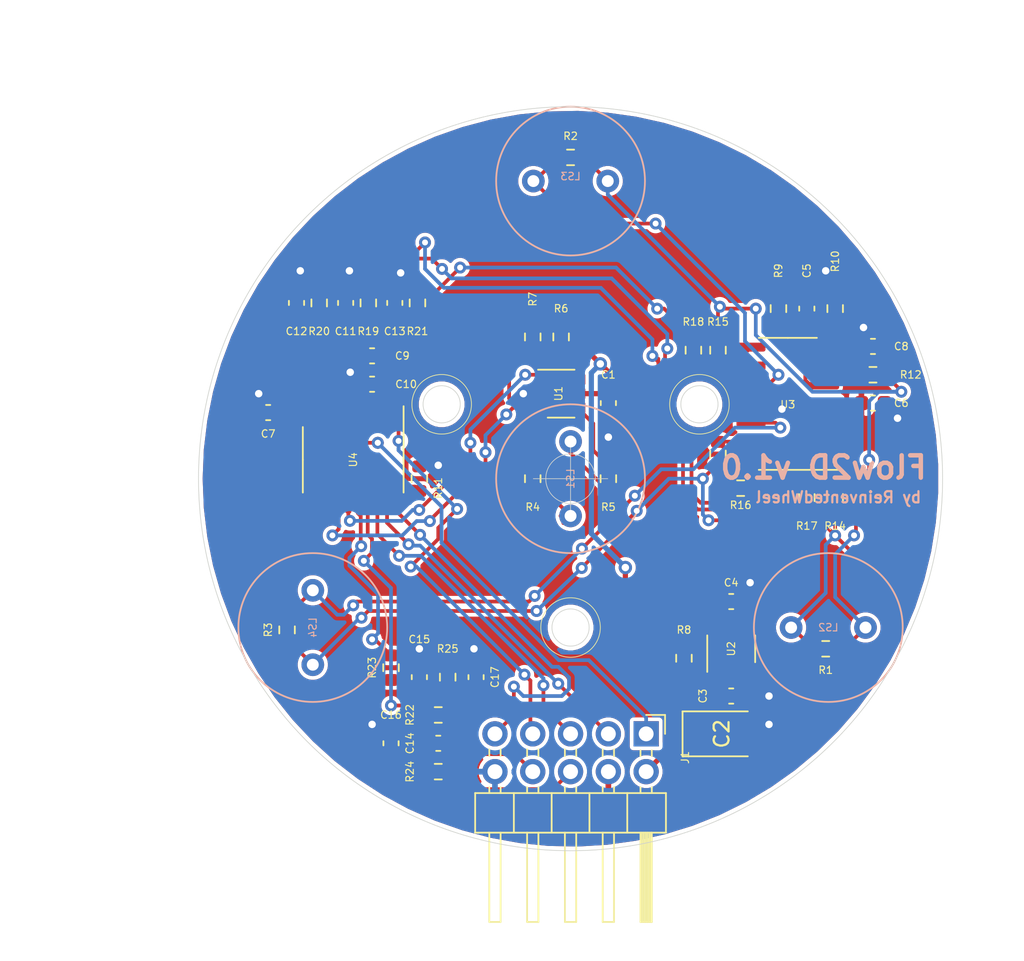
<source format=kicad_pcb>
(kicad_pcb (version 20171130) (host pcbnew 5.1.10-88a1d61d58~90~ubuntu20.04.1)
  (layers (0 F.Cu signal) (31 B.Cu signal) (34 B.Paste user) (35 F.Paste user) (36 B.SilkS user) (37 F.SilkS user) (38 B.Mask user) (39 F.Mask user) (44 Edge.Cuts user))
  (net 0 "")
  (net 1 GND)
  (net 2 +5V)
  (net 3 VDD)
  (net 4 "Net-(C5-Pad1)")
  (net 5 /NRST)
  (net 6 /VGND)
  (net 7 /CHA_B)
  (net 8 /CHA_C)
  (net 9 /CHA_A)
  (net 10 "Net-(C14-Pad2)")
  (net 11 "Net-(C15-Pad2)")
  (net 12 /OUT_X)
  (net 13 /OUT_Y)
  (net 14 /USART_TX)
  (net 15 /USART_RX)
  (net 16 /SWDIO)
  (net 17 /SWCLK)
  (net 18 "Net-(LS1-Pad2)")
  (net 19 "Net-(LS1-Pad1)")
  (net 20 /SIGNAL_A)
  (net 21 /SIGNAL_B)
  (net 22 /SIGNAL_C)
  (net 23 "Net-(R4-Pad1)")
  (net 24 "Net-(R5-Pad1)")
  (net 25 /PULSE)
  (net 26 /PULSE_N)
  (net 27 "Net-(R8-Pad1)")
  (net 28 "Net-(R12-Pad2)")
  (net 29 "Net-(R13-Pad1)")
  (net 30 "Net-(R14-Pad1)")
  (net 31 "Net-(R15-Pad1)")
  (net 32 "Net-(R16-Pad2)")
  (net 33 "Net-(R17-Pad2)")
  (net 34 "Net-(R18-Pad2)")
  (net 35 /PWM_X)
  (net 36 /PWM_Y)
  (net 37 "Net-(U2-Pad4)")
  (net 38 "Net-(U4-Pad13)")
  (net 39 "Net-(U4-Pad12)")
  (net 40 "Net-(U4-Pad11)")
  (net 41 "Net-(U4-Pad10)")
  (net 42 "Net-(U4-Pad3)")
  (net 43 "Net-(U4-Pad2)")
  (module Capacitor_SMD:C_0603_1608Metric (layer F.Cu) (at 10.795 8.255 180)
    (fp_text reference C4 (at 0 1.27) (layer F.SilkS) (effects (font (size 0.5 0.5) (thickness 0.075))))
    (fp_text value 1u)
    (pad 2 smd roundrect (at 0.775 0 180) (size 0.9 0.95) (layers F.Cu F.Paste F.Mask) (net 3 VDD))
    (pad 1 smd roundrect (at -0.775 0 180) (size 0.9 0.95) (layers F.Cu F.Paste F.Mask) (net 1 GND))
  )
  (module Package_SO:SOIC-14_3.9x8.7mm_P1.27mm (layer F.Cu) (at 14.6 -5.03 180)
    (fp_text reference U3 (at 0 -0.05) (layer F.SilkS) (effects (font (size 0.5 0.5) (thickness 0.075))))
    (fp_text value TLV9064IDR)
    (pad 14 smd roundrect (at 2.475 -3.81 180) (size 1.95 0.6) (layers F.Cu F.Paste F.Mask) (net 32 "Net-(R16-Pad2)"))
    (pad 13 smd roundrect (at 2.475 -2.54 180) (size 1.95 0.6) (layers F.Cu F.Paste F.Mask) (net 29 "Net-(R13-Pad1)"))
    (pad 12 smd roundrect (at 2.475 -1.27 180) (size 1.95 0.6) (layers F.Cu F.Paste F.Mask) (net 21 /SIGNAL_B))
    (pad 11 smd roundrect (at 2.475 0 180) (size 1.95 0.6) (layers F.Cu F.Paste F.Mask) (net 1 GND))
    (pad 10 smd roundrect (at 2.475 1.27 180) (size 1.95 0.6) (layers F.Cu F.Paste F.Mask) (net 20 /SIGNAL_A))
    (pad 9 smd roundrect (at 2.475 2.54 180) (size 1.95 0.6) (layers F.Cu F.Paste F.Mask) (net 31 "Net-(R15-Pad1)"))
    (pad 8 smd roundrect (at 2.475 3.81 180) (size 1.95 0.6) (layers F.Cu F.Paste F.Mask) (net 34 "Net-(R18-Pad2)"))
    (pad 7 smd roundrect (at -2.475 3.81 180) (size 1.95 0.6) (layers F.Cu F.Paste F.Mask) (net 28 "Net-(R12-Pad2)"))
    (pad 6 smd roundrect (at -2.475 2.54 180) (size 1.95 0.6) (layers F.Cu F.Paste F.Mask) (net 28 "Net-(R12-Pad2)"))
    (pad 5 smd roundrect (at -2.475 1.27 180) (size 1.95 0.6) (layers F.Cu F.Paste F.Mask) (net 4 "Net-(C5-Pad1)"))
    (pad 4 smd roundrect (at -2.475 0 180) (size 1.95 0.6) (layers F.Cu F.Paste F.Mask) (net 3 VDD))
    (pad 3 smd roundrect (at -2.475 -1.27 180) (size 1.95 0.6) (layers F.Cu F.Paste F.Mask) (net 22 /SIGNAL_C))
    (pad 2 smd roundrect (at -2.475 -2.54 180) (size 1.95 0.6) (layers F.Cu F.Paste F.Mask) (net 30 "Net-(R14-Pad1)"))
    (pad 1 smd roundrect (at -2.475 -3.81 180) (size 1.95 0.6) (layers F.Cu F.Paste F.Mask) (net 33 "Net-(R17-Pad2)"))
  )
  (module Package_TO_SOT_SMD:SOT-23-6 (layer F.Cu) (at -0.635 -5.715)
    (fp_text reference U1 (at -0.17 0 270) (layer F.SilkS) (effects (font (size 0.5 0.5) (thickness 0.075))))
    (fp_text value SN74LVC2G17)
    (pad 5 smd rect (at 1.1 0) (size 1.06 0.65) (layers F.Cu F.Paste F.Mask) (net 2 +5V))
    (pad 6 smd rect (at 1.1 -0.95) (size 1.06 0.65) (layers F.Cu F.Paste F.Mask) (net 23 "Net-(R4-Pad1)"))
    (pad 4 smd rect (at 1.1 0.95) (size 1.06 0.65) (layers F.Cu F.Paste F.Mask) (net 24 "Net-(R5-Pad1)"))
    (pad 3 smd rect (at -1.1 0.95) (size 1.06 0.65) (layers F.Cu F.Paste F.Mask) (net 26 /PULSE_N))
    (pad 2 smd rect (at -1.1 0) (size 1.06 0.65) (layers F.Cu F.Paste F.Mask) (net 1 GND))
    (pad 1 smd rect (at -1.1 -0.95) (size 1.06 0.65) (layers F.Cu F.Paste F.Mask) (net 25 /PULSE))
  )
  (module Capacitor_Tantalum_SMD:CP_EIA-3528-21_Kemet-B_Pad1.50x2.35mm_HandSolder (layer F.Cu) (at 10.16 17.145)
    (fp_text reference C2 (at 0 0 90) (layer F.SilkS))
    (fp_text value "47u 10v")
    (pad 2 smd roundrect (at 1.625 0) (size 1.5 2.35) (layers F.Cu F.Paste F.Mask) (roundrect_rratio 0.1666666666666667) (net 1 GND))
    (pad 1 smd roundrect (at -1.625 0) (size 1.5 2.35) (layers F.Cu F.Paste F.Mask) (roundrect_rratio 0.1666666666666667) (net 2 +5V))
  )
  (module Package_SO:TSSOP-20_4.4x6.5mm_P0.65mm (layer F.Cu) (at -14.605 -1.27 270)
    (fp_text reference U4 (at 0 0 90) (layer F.SilkS) (effects (font (size 0.5 0.5) (thickness 0.075))))
    (fp_text value STM32G030F6Px)
    (pad 20 smd roundrect (at 2.8625 -2.925 270) (size 1.475 0.4) (layers F.Cu F.Paste F.Mask) (net 14 /USART_TX))
    (pad 19 smd roundrect (at 2.8625 -2.275 270) (size 1.475 0.4) (layers F.Cu F.Paste F.Mask) (net 17 /SWCLK))
    (pad 18 smd roundrect (at 2.8625 -1.625 270) (size 1.475 0.4) (layers F.Cu F.Paste F.Mask) (net 16 /SWDIO))
    (pad 17 smd roundrect (at 2.8625 -0.975 270) (size 1.475 0.4) (layers F.Cu F.Paste F.Mask) (net 35 /PWM_X))
    (pad 16 smd roundrect (at 2.8625 -0.325 270) (size 1.475 0.4) (layers F.Cu F.Paste F.Mask) (net 36 /PWM_Y))
    (pad 15 smd roundrect (at 2.8625 0.325 270) (size 1.475 0.4) (layers F.Cu F.Paste F.Mask) (net 25 /PULSE))
    (pad 14 smd roundrect (at 2.8625 0.975 270) (size 1.475 0.4) (layers F.Cu F.Paste F.Mask) (net 26 /PULSE_N))
    (pad 13 smd roundrect (at 2.8625 1.625 270) (size 1.475 0.4) (layers F.Cu F.Paste F.Mask) (net 38 "Net-(U4-Pad13)"))
    (pad 12 smd roundrect (at 2.8625 2.275 270) (size 1.475 0.4) (layers F.Cu F.Paste F.Mask) (net 39 "Net-(U4-Pad12)"))
    (pad 11 smd roundrect (at 2.8625 2.925 270) (size 1.475 0.4) (layers F.Cu F.Paste F.Mask) (net 40 "Net-(U4-Pad11)"))
    (pad 10 smd roundrect (at -2.8625 2.925 270) (size 1.475 0.4) (layers F.Cu F.Paste F.Mask) (net 41 "Net-(U4-Pad10)"))
    (pad 9 smd roundrect (at -2.8625 2.275 270) (size 1.475 0.4) (layers F.Cu F.Paste F.Mask) (net 8 /CHA_C))
    (pad 8 smd roundrect (at -2.8625 1.625 270) (size 1.475 0.4) (layers F.Cu F.Paste F.Mask) (net 7 /CHA_B))
    (pad 7 smd roundrect (at -2.8625 0.975 270) (size 1.475 0.4) (layers F.Cu F.Paste F.Mask) (net 9 /CHA_A))
    (pad 6 smd roundrect (at -2.8625 0.325 270) (size 1.475 0.4) (layers F.Cu F.Paste F.Mask) (net 5 /NRST))
    (pad 5 smd roundrect (at -2.8625 -0.325 270) (size 1.475 0.4) (layers F.Cu F.Paste F.Mask) (net 1 GND))
    (pad 4 smd roundrect (at -2.8625 -0.975 270) (size 1.475 0.4) (layers F.Cu F.Paste F.Mask) (net 3 VDD))
    (pad 3 smd roundrect (at -2.8625 -1.625 270) (size 1.475 0.4) (layers F.Cu F.Paste F.Mask) (net 42 "Net-(U4-Pad3)"))
    (pad 2 smd roundrect (at -2.8625 -2.275 270) (size 1.475 0.4) (layers F.Cu F.Paste F.Mask) (net 43 "Net-(U4-Pad2)"))
    (pad 1 smd roundrect (at -2.8625 -2.925 270) (size 1.475 0.4) (layers F.Cu F.Paste F.Mask) (net 15 /USART_RX))
  )
  (module Package_TO_SOT_SMD:SOT-23-5 (layer F.Cu) (at 10.795 11.43 90)
    (fp_text reference U2 (at 0 0 90) (layer F.SilkS) (effects (font (size 0.5 0.5) (thickness 0.075))))
    (fp_text value LR9102G)
    (pad 5 smd rect (at 1.1 -0.95 90) (size 1.06 0.65) (layers F.Cu F.Paste F.Mask) (net 3 VDD))
    (pad 4 smd rect (at 1.1 0.95 90) (size 1.06 0.65) (layers F.Cu F.Paste F.Mask) (net 37 "Net-(U2-Pad4)"))
    (pad 3 smd rect (at -1.1 0.95 90) (size 1.06 0.65) (layers F.Cu F.Paste F.Mask) (net 27 "Net-(R8-Pad1)"))
    (pad 2 smd rect (at -1.1 0 90) (size 1.06 0.65) (layers F.Cu F.Paste F.Mask) (net 1 GND))
    (pad 1 smd rect (at -1.1 -0.95 90) (size 1.06 0.65) (layers F.Cu F.Paste F.Mask) (net 2 +5V))
  )
  (module Resistor_SMD:R_0603_1608Metric (layer F.Cu) (at -8.255 13.335 90)
    (fp_text reference R25 (at 1.905 0) (layer F.SilkS) (effects (font (size 0.5 0.5) (thickness 0.075))))
    (fp_text value 12k)
    (pad 2 smd roundrect (at 0.825 0 90) (size 0.8 0.95) (layers F.Cu F.Paste F.Mask) (net 11 "Net-(C15-Pad2)"))
    (pad 1 smd roundrect (at -0.825 0 90) (size 0.8 0.95) (layers F.Cu F.Paste F.Mask) (net 13 /OUT_Y))
  )
  (module Resistor_SMD:R_0603_1608Metric (layer F.Cu) (at -8.89 19.685)
    (fp_text reference R24 (at -1.905 0 90) (layer F.SilkS) (effects (font (size 0.5 0.5) (thickness 0.075))))
    (fp_text value 12k)
    (pad 2 smd roundrect (at 0.825 0) (size 0.8 0.95) (layers F.Cu F.Paste F.Mask) (net 10 "Net-(C14-Pad2)"))
    (pad 1 smd roundrect (at -0.825 0) (size 0.8 0.95) (layers F.Cu F.Paste F.Mask) (net 12 /OUT_X))
  )
  (module Resistor_SMD:R_0603_1608Metric (layer F.Cu) (at -12.065 12.7 90)
    (fp_text reference R23 (at 0 -1.27 270) (layer F.SilkS) (effects (font (size 0.5 0.5) (thickness 0.075))))
    (fp_text value 1k)
    (pad 2 smd roundrect (at 0.825 0 90) (size 0.8 0.95) (layers F.Cu F.Paste F.Mask) (net 36 /PWM_Y))
    (pad 1 smd roundrect (at -0.825 0 90) (size 0.8 0.95) (layers F.Cu F.Paste F.Mask) (net 11 "Net-(C15-Pad2)"))
  )
  (module Resistor_SMD:R_0603_1608Metric (layer F.Cu) (at -8.89 15.875 180)
    (fp_text reference R22 (at 1.905 0 270) (layer F.SilkS) (effects (font (size 0.5 0.5) (thickness 0.075))))
    (fp_text value 1k)
    (pad 2 smd roundrect (at 0.825 0 180) (size 0.8 0.95) (layers F.Cu F.Paste F.Mask) (net 35 /PWM_X))
    (pad 1 smd roundrect (at -0.825 0 180) (size 0.8 0.95) (layers F.Cu F.Paste F.Mask) (net 10 "Net-(C14-Pad2)"))
  )
  (module Resistor_SMD:R_0603_1608Metric (layer F.Cu) (at -10.287 -11.811 90)
    (fp_text reference R21 (at -1.905 0) (layer F.SilkS) (effects (font (size 0.5 0.5) (thickness 0.075))))
    (fp_text value 18R)
    (pad 2 smd roundrect (at 0.825 0 90) (size 0.8 0.95) (layers F.Cu F.Paste F.Mask) (net 34 "Net-(R18-Pad2)"))
    (pad 1 smd roundrect (at -0.825 0 90) (size 0.8 0.95) (layers F.Cu F.Paste F.Mask) (net 9 /CHA_A))
  )
  (module Resistor_SMD:R_0603_1608Metric (layer F.Cu) (at -16.891 -11.811 90)
    (fp_text reference R20 (at -1.905 0 180) (layer F.SilkS) (effects (font (size 0.5 0.5) (thickness 0.075))))
    (fp_text value 18R)
    (pad 2 smd roundrect (at 0.825 0 90) (size 0.8 0.95) (layers F.Cu F.Paste F.Mask) (net 33 "Net-(R17-Pad2)"))
    (pad 1 smd roundrect (at -0.825 0 90) (size 0.8 0.95) (layers F.Cu F.Paste F.Mask) (net 8 /CHA_C))
  )
  (module Resistor_SMD:R_0603_1608Metric (layer F.Cu) (at -13.589 -11.811 90)
    (fp_text reference R19 (at -1.905 0 180) (layer F.SilkS) (effects (font (size 0.5 0.5) (thickness 0.075))))
    (fp_text value 18R)
    (pad 2 smd roundrect (at 0.825 0 90) (size 0.8 0.95) (layers F.Cu F.Paste F.Mask) (net 32 "Net-(R16-Pad2)"))
    (pad 1 smd roundrect (at -0.825 0 90) (size 0.8 0.95) (layers F.Cu F.Paste F.Mask) (net 7 /CHA_B))
  )
  (module Resistor_SMD:R_0603_1608Metric (layer F.Cu) (at 8.255 -8.636 90)
    (fp_text reference R18 (at 1.905 0 180) (layer F.SilkS) (effects (font (size 0.5 0.5) (thickness 0.075))))
    (fp_text value 12k)
    (pad 2 smd roundrect (at 0.825 0 90) (size 0.8 0.95) (layers F.Cu F.Paste F.Mask) (net 34 "Net-(R18-Pad2)"))
    (pad 1 smd roundrect (at -0.825 0 90) (size 0.8 0.95) (layers F.Cu F.Paste F.Mask) (net 31 "Net-(R15-Pad1)"))
  )
  (module Resistor_SMD:R_0603_1608Metric (layer F.Cu) (at 15.875 1.27 270)
    (fp_text reference R17 (at 1.905 0) (layer F.SilkS) (effects (font (size 0.5 0.5) (thickness 0.075))))
    (fp_text value 12k)
    (pad 2 smd roundrect (at 0.825 0 270) (size 0.8 0.95) (layers F.Cu F.Paste F.Mask) (net 33 "Net-(R17-Pad2)"))
    (pad 1 smd roundrect (at -0.825 0 270) (size 0.8 0.95) (layers F.Cu F.Paste F.Mask) (net 30 "Net-(R14-Pad1)"))
  )
  (module Resistor_SMD:R_0603_1608Metric (layer F.Cu) (at 11.43 0.635)
    (fp_text reference R16 (at 0 1.143) (layer F.SilkS) (effects (font (size 0.5 0.5) (thickness 0.075))))
    (fp_text value 12k)
    (pad 2 smd roundrect (at 0.825 0) (size 0.8 0.95) (layers F.Cu F.Paste F.Mask) (net 32 "Net-(R16-Pad2)"))
    (pad 1 smd roundrect (at -0.825 0) (size 0.8 0.95) (layers F.Cu F.Paste F.Mask) (net 29 "Net-(R13-Pad1)"))
  )
  (module Resistor_SMD:R_0603_1608Metric (layer F.Cu) (at 9.906 -8.636 90)
    (fp_text reference R15 (at 1.905 0 180) (layer F.SilkS) (effects (font (size 0.5 0.5) (thickness 0.075))))
    (fp_text value 1k)
    (pad 2 smd roundrect (at 0.825 0 90) (size 0.8 0.95) (layers F.Cu F.Paste F.Mask) (net 6 /VGND))
    (pad 1 smd roundrect (at -0.825 0 90) (size 0.8 0.95) (layers F.Cu F.Paste F.Mask) (net 31 "Net-(R15-Pad1)"))
  )
  (module Resistor_SMD:R_0603_1608Metric (layer F.Cu) (at 17.78 1.27 270)
    (fp_text reference R14 (at 1.905 0 180) (layer F.SilkS) (effects (font (size 0.5 0.5) (thickness 0.075))))
    (fp_text value 1k)
    (pad 2 smd roundrect (at 0.825 0 270) (size 0.8 0.95) (layers F.Cu F.Paste F.Mask) (net 6 /VGND))
    (pad 1 smd roundrect (at -0.825 0 270) (size 0.8 0.95) (layers F.Cu F.Paste F.Mask) (net 30 "Net-(R14-Pad1)"))
  )
  (module Resistor_SMD:R_0603_1608Metric (layer F.Cu) (at 9.906 -1.651 270)
    (fp_text reference R13 hide)
    (fp_text value 1k)
    (pad 2 smd roundrect (at 0.825 0 270) (size 0.8 0.95) (layers F.Cu F.Paste F.Mask) (net 6 /VGND))
    (pad 1 smd roundrect (at -0.825 0 270) (size 0.8 0.95) (layers F.Cu F.Paste F.Mask) (net 29 "Net-(R13-Pad1)"))
  )
  (module Resistor_SMD:R_0603_1608Metric (layer F.Cu) (at 20.32 -6.985 180)
    (fp_text reference R12 (at -2.54 0) (layer F.SilkS) (effects (font (size 0.5 0.5) (thickness 0.075))))
    (fp_text value 18R)
    (pad 2 smd roundrect (at 0.825 0 180) (size 0.8 0.95) (layers F.Cu F.Paste F.Mask) (net 28 "Net-(R12-Pad2)"))
    (pad 1 smd roundrect (at -0.825 0 180) (size 0.8 0.95) (layers F.Cu F.Paste F.Mask) (net 6 /VGND))
  )
  (module Resistor_SMD:R_0603_1608Metric (layer F.Cu) (at -10.16 0 90)
    (fp_text reference R11 (at -0.635 1.27 90) (layer F.SilkS) (effects (font (size 0.5 0.5) (thickness 0.075))))
    (fp_text value 12k)
    (pad 2 smd roundrect (at 0.825 0 90) (size 0.8 0.95) (layers F.Cu F.Paste F.Mask) (net 1 GND))
    (pad 1 smd roundrect (at -0.825 0 90) (size 0.8 0.95) (layers F.Cu F.Paste F.Mask) (net 17 /SWCLK))
  )
  (module Resistor_SMD:R_0603_1608Metric (layer F.Cu) (at 17.78 -11.43 90)
    (fp_text reference R10 (at 3.175 0 90) (layer F.SilkS) (effects (font (size 0.5 0.5) (thickness 0.075))))
    (fp_text value 12k)
    (pad 2 smd roundrect (at 0.825 0 90) (size 0.8 0.95) (layers F.Cu F.Paste F.Mask) (net 1 GND))
    (pad 1 smd roundrect (at -0.825 0 90) (size 0.8 0.95) (layers F.Cu F.Paste F.Mask) (net 4 "Net-(C5-Pad1)"))
  )
  (module Resistor_SMD:R_0603_1608Metric (layer F.Cu) (at 13.97 -11.43 270)
    (fp_text reference R9 (at -2.54 0 90) (layer F.SilkS) (effects (font (size 0.5 0.5) (thickness 0.075))))
    (fp_text value 12k)
    (pad 2 smd roundrect (at 0.825 0 270) (size 0.8 0.95) (layers F.Cu F.Paste F.Mask) (net 4 "Net-(C5-Pad1)"))
    (pad 1 smd roundrect (at -0.825 0 270) (size 0.8 0.95) (layers F.Cu F.Paste F.Mask) (net 3 VDD))
  )
  (module Resistor_SMD:R_0603_1608Metric (layer F.Cu) (at 7.62 12.065 270)
    (fp_text reference R8 (at -1.905 0) (layer F.SilkS) (effects (font (size 0.5 0.5) (thickness 0.075))))
    (fp_text value 12k)
    (pad 2 smd roundrect (at 0.825 0 270) (size 0.8 0.95) (layers F.Cu F.Paste F.Mask) (net 2 +5V))
    (pad 1 smd roundrect (at -0.825 0 270) (size 0.8 0.95) (layers F.Cu F.Paste F.Mask) (net 27 "Net-(R8-Pad1)"))
  )
  (module Resistor_SMD:R_0603_1608Metric (layer F.Cu) (at -2.54 -9.525 270)
    (fp_text reference R7 (at -2.54 0 90) (layer F.SilkS) (effects (font (size 0.5 0.5) (thickness 0.075))))
    (fp_text value 1k)
    (pad 2 smd roundrect (at 0.825 0 270) (size 0.8 0.95) (layers F.Cu F.Paste F.Mask) (net 26 /PULSE_N))
    (pad 1 smd roundrect (at -0.825 0 270) (size 0.8 0.95) (layers F.Cu F.Paste F.Mask) (net 2 +5V))
  )
  (module Resistor_SMD:R_0603_1608Metric (layer F.Cu) (at -0.635 -9.525 270)
    (fp_text reference R6 (at -1.905 0) (layer F.SilkS) (effects (font (size 0.5 0.5) (thickness 0.075))))
    (fp_text value 1k)
    (pad 2 smd roundrect (at 0.825 0 270) (size 0.8 0.95) (layers F.Cu F.Paste F.Mask) (net 25 /PULSE))
    (pad 1 smd roundrect (at -0.825 0 270) (size 0.8 0.95) (layers F.Cu F.Paste F.Mask) (net 2 +5V))
  )
  (module Resistor_SMD:R_0603_1608Metric (layer F.Cu) (at 2.54 0 270)
    (fp_text reference R5 (at 1.905 0 180) (layer F.SilkS) (effects (font (size 0.5 0.5) (thickness 0.075))))
    (fp_text value 18R)
    (pad 2 smd roundrect (at 0.825 0 270) (size 0.8 0.95) (layers F.Cu F.Paste F.Mask) (net 18 "Net-(LS1-Pad2)"))
    (pad 1 smd roundrect (at -0.825 0 270) (size 0.8 0.95) (layers F.Cu F.Paste F.Mask) (net 24 "Net-(R5-Pad1)"))
  )
  (module Resistor_SMD:R_0603_1608Metric (layer F.Cu) (at -2.54 0 270)
    (fp_text reference R4 (at 1.905 0 180) (layer F.SilkS) (effects (font (size 0.5 0.5) (thickness 0.075))))
    (fp_text value 18R)
    (pad 2 smd roundrect (at 0.825 0 270) (size 0.8 0.95) (layers F.Cu F.Paste F.Mask) (net 19 "Net-(LS1-Pad1)"))
    (pad 1 smd roundrect (at -0.825 0 270) (size 0.8 0.95) (layers F.Cu F.Paste F.Mask) (net 23 "Net-(R4-Pad1)"))
  )
  (module Resistor_SMD:R_0603_1608Metric (layer F.Cu) (at -19.05 10.16 270)
    (fp_text reference R3 (at 0 1.27 90) (layer F.SilkS) (effects (font (size 0.5 0.5) (thickness 0.075))))
    (fp_text value 12k)
    (pad 2 smd roundrect (at 0.825 0 270) (size 0.8 0.95) (layers F.Cu F.Paste F.Mask) (net 6 /VGND))
    (pad 1 smd roundrect (at -0.825 0 270) (size 0.8 0.95) (layers F.Cu F.Paste F.Mask) (net 21 /SIGNAL_B))
  )
  (module Resistor_SMD:R_0603_1608Metric (layer F.Cu) (at 0 -21.59)
    (fp_text reference R2 (at 0 -1.43) (layer F.SilkS) (effects (font (size 0.5 0.5) (thickness 0.075))))
    (fp_text value 12k)
    (pad 2 smd roundrect (at 0.825 0) (size 0.8 0.95) (layers F.Cu F.Paste F.Mask) (net 6 /VGND))
    (pad 1 smd roundrect (at -0.825 0) (size 0.8 0.95) (layers F.Cu F.Paste F.Mask) (net 20 /SIGNAL_A))
  )
  (module Resistor_SMD:R_0603_1608Metric (layer F.Cu) (at 17.145 11.43 180)
    (fp_text reference R1 (at 0 -1.43) (layer F.SilkS) (effects (font (size 0.5 0.5) (thickness 0.075))))
    (fp_text value 12k)
    (pad 2 smd roundrect (at 0.825 0 180) (size 0.8 0.95) (layers F.Cu F.Paste F.Mask) (net 6 /VGND))
    (pad 1 smd roundrect (at -0.825 0 180) (size 0.8 0.95) (layers F.Cu F.Paste F.Mask) (net 22 /SIGNAL_C))
  )
  (module oe_ultrasonic:GU1007C-40TR (layer B.Cu) (at -17.320508 10 90)
    (fp_text reference LS4 (at 0 0 90) (layer B.SilkS) (effects (font (size 0.5 0.5) (thickness 0.075)) (justify mirror)))
    (fp_text value Speaker_Ultrasound)
    (pad 2 thru_hole circle (at 2.5 0 90) (size 1.524 1.524) (drill 0.8) (layers *.Cu *.Mask) (net 21 /SIGNAL_B))
    (pad 1 thru_hole circle (at -2.5 0 90) (size 1.524 1.524) (drill 0.8) (layers *.Cu *.Mask) (net 6 /VGND))
  )
  (module oe_ultrasonic:GU1007C-40TR (layer B.Cu) (at 0 -20 180)
    (fp_text reference LS3 (at 0 0.315) (layer B.SilkS) (effects (font (size 0.5 0.5) (thickness 0.075)) (justify mirror)))
    (fp_text value Speaker_Ultrasound)
    (pad 2 thru_hole circle (at 2.5 0 180) (size 1.524 1.524) (drill 0.8) (layers *.Cu *.Mask) (net 20 /SIGNAL_A))
    (pad 1 thru_hole circle (at -2.5 0 180) (size 1.524 1.524) (drill 0.8) (layers *.Cu *.Mask) (net 6 /VGND))
  )
  (module oe_ultrasonic:GU1007C-40TR (layer B.Cu) (at 17.320508 10)
    (fp_text reference LS2 (at 0 0) (layer B.SilkS) (effects (font (size 0.5 0.5) (thickness 0.075)) (justify mirror)))
    (fp_text value Speaker_Ultrasound)
    (pad 2 thru_hole circle (at 2.5 0) (size 1.524 1.524) (drill 0.8) (layers *.Cu *.Mask) (net 22 /SIGNAL_C))
    (pad 1 thru_hole circle (at -2.5 0) (size 1.524 1.524) (drill 0.8) (layers *.Cu *.Mask) (net 6 /VGND))
  )
  (module oe_ultrasonic:GU1007C-40TR (layer B.Cu) (at 0 0 90)
    (fp_text reference LS1 (at 0 0 90) (layer B.SilkS) (effects (font (size 0.5 0.5) (thickness 0.075)) (justify mirror)))
    (fp_text value Speaker_Ultrasound)
    (pad 2 thru_hole circle (at 2.5 0 90) (size 1.524 1.524) (drill 0.8) (layers *.Cu *.Mask) (net 18 "Net-(LS1-Pad2)"))
    (pad 1 thru_hole circle (at -2.5 0 90) (size 1.524 1.524) (drill 0.8) (layers *.Cu *.Mask) (net 19 "Net-(LS1-Pad1)"))
  )
  (module Connector_PinHeader_2.54mm:PinHeader_2x05_P2.54mm_Horizontal (layer F.Cu) (at 5.08 17.145 270)
    (fp_text reference J1 (at 1.59 -2.62 90) (layer F.SilkS) (effects (font (size 0.5 0.5) (thickness 0.075))))
    (fp_text value Conn_02x05_Odd_Even)
    (pad 10 thru_hole oval (at 2.54 10.16 270) (size 1.7 1.7) (drill 1) (layers *.Cu *.Mask) (net 1 GND))
    (pad 9 thru_hole oval (at 0 10.16 270) (size 1.7 1.7) (drill 1) (layers *.Cu *.Mask) (net 14 /USART_TX))
    (pad 8 thru_hole oval (at 2.54 7.62 270) (size 1.7 1.7) (drill 1) (layers *.Cu *.Mask) (net 13 /OUT_Y))
    (pad 7 thru_hole oval (at 0 7.62 270) (size 1.7 1.7) (drill 1) (layers *.Cu *.Mask) (net 15 /USART_RX))
    (pad 6 thru_hole oval (at 2.54 5.08 270) (size 1.7 1.7) (drill 1) (layers *.Cu *.Mask) (net 12 /OUT_X))
    (pad 5 thru_hole oval (at 0 5.08 270) (size 1.7 1.7) (drill 1) (layers *.Cu *.Mask) (net 16 /SWDIO))
    (pad 4 thru_hole oval (at 2.54 2.54 270) (size 1.7 1.7) (drill 1) (layers *.Cu *.Mask) (net 3 VDD))
    (pad 3 thru_hole oval (at 0 2.54 270) (size 1.7 1.7) (drill 1) (layers *.Cu *.Mask) (net 17 /SWCLK))
    (pad 2 thru_hole oval (at 2.54 0 270) (size 1.7 1.7) (drill 1) (layers *.Cu *.Mask) (net 2 +5V))
    (pad 1 thru_hole rect (at 0 0 270) (size 1.7 1.7) (drill 1) (layers *.Cu *.Mask) (net 5 /NRST))
  )
  (module Capacitor_SMD:C_0603_1608Metric (layer F.Cu) (at -6.35 13.335 90)
    (fp_text reference C17 (at 0 1.27 270) (layer F.SilkS) (effects (font (size 0.5 0.5) (thickness 0.075))))
    (fp_text value 1u)
    (pad 2 smd roundrect (at 0.775 0 90) (size 0.9 0.95) (layers F.Cu F.Paste F.Mask) (net 1 GND))
    (pad 1 smd roundrect (at -0.775 0 90) (size 0.9 0.95) (layers F.Cu F.Paste F.Mask) (net 13 /OUT_Y))
  )
  (module Capacitor_SMD:C_0603_1608Metric (layer F.Cu) (at -12.065 17.78 90)
    (fp_text reference C16 (at 1.905 0 180) (layer F.SilkS) (effects (font (size 0.5 0.5) (thickness 0.075))))
    (fp_text value 1u)
    (pad 2 smd roundrect (at 0.775 0 90) (size 0.9 0.95) (layers F.Cu F.Paste F.Mask) (net 1 GND))
    (pad 1 smd roundrect (at -0.775 0 90) (size 0.9 0.95) (layers F.Cu F.Paste F.Mask) (net 12 /OUT_X))
  )
  (module Capacitor_SMD:C_0603_1608Metric (layer F.Cu) (at -10.16 13.335 270)
    (fp_text reference C15 (at -2.54 0 180) (layer F.SilkS) (effects (font (size 0.5 0.5) (thickness 0.075))))
    (fp_text value 10u)
    (pad 2 smd roundrect (at 0.775 0 270) (size 0.9 0.95) (layers F.Cu F.Paste F.Mask) (net 11 "Net-(C15-Pad2)"))
    (pad 1 smd roundrect (at -0.775 0 270) (size 0.9 0.95) (layers F.Cu F.Paste F.Mask) (net 1 GND))
  )
  (module Capacitor_SMD:C_0603_1608Metric (layer F.Cu) (at -8.89 17.78)
    (fp_text reference C14 (at -1.905 0 270) (layer F.SilkS) (effects (font (size 0.5 0.5) (thickness 0.075))))
    (fp_text value 10u)
    (pad 2 smd roundrect (at 0.775 0) (size 0.9 0.95) (layers F.Cu F.Paste F.Mask) (net 10 "Net-(C14-Pad2)"))
    (pad 1 smd roundrect (at -0.775 0) (size 0.9 0.95) (layers F.Cu F.Paste F.Mask) (net 1 GND))
  )
  (module Capacitor_SMD:C_0603_1608Metric (layer F.Cu) (at -11.811 -11.811 90)
    (fp_text reference C13 (at -1.905 0) (layer F.SilkS) (effects (font (size 0.5 0.5) (thickness 0.075))))
    (fp_text value 100n)
    (pad 2 smd roundrect (at 0.775 0 90) (size 0.9 0.95) (layers F.Cu F.Paste F.Mask) (net 1 GND))
    (pad 1 smd roundrect (at -0.775 0 90) (size 0.9 0.95) (layers F.Cu F.Paste F.Mask) (net 9 /CHA_A))
  )
  (module Capacitor_SMD:C_0603_1608Metric (layer F.Cu) (at -18.415 -11.811 90)
    (fp_text reference C12 (at -1.905 0 180) (layer F.SilkS) (effects (font (size 0.5 0.5) (thickness 0.075))))
    (fp_text value 100n)
    (pad 2 smd roundrect (at 0.775 0 90) (size 0.9 0.95) (layers F.Cu F.Paste F.Mask) (net 1 GND))
    (pad 1 smd roundrect (at -0.775 0 90) (size 0.9 0.95) (layers F.Cu F.Paste F.Mask) (net 8 /CHA_C))
  )
  (module Capacitor_SMD:C_0603_1608Metric (layer F.Cu) (at -15.113 -11.811 90)
    (fp_text reference C11 (at -1.905 0 180) (layer F.SilkS) (effects (font (size 0.5 0.5) (thickness 0.075))))
    (fp_text value 100n)
    (pad 2 smd roundrect (at 0.775 0 90) (size 0.9 0.95) (layers F.Cu F.Paste F.Mask) (net 1 GND))
    (pad 1 smd roundrect (at -0.775 0 90) (size 0.9 0.95) (layers F.Cu F.Paste F.Mask) (net 7 /CHA_B))
  )
  (module Capacitor_SMD:C_0603_1608Metric (layer F.Cu) (at -13.335 -6.35 180)
    (fp_text reference C10 (at -2.286 0) (layer F.SilkS) (effects (font (size 0.5 0.5) (thickness 0.075))))
    (fp_text value 100n)
    (pad 2 smd roundrect (at 0.775 0 180) (size 0.9 0.95) (layers F.Cu F.Paste F.Mask) (net 1 GND))
    (pad 1 smd roundrect (at -0.775 0 180) (size 0.9 0.95) (layers F.Cu F.Paste F.Mask) (net 3 VDD))
  )
  (module Capacitor_SMD:C_0603_1608Metric (layer F.Cu) (at -13.335 -8.255)
    (fp_text reference C9 (at 2.032 0) (layer F.SilkS) (effects (font (size 0.5 0.5) (thickness 0.075))))
    (fp_text value 10u)
    (pad 2 smd roundrect (at 0.775 0) (size 0.9 0.95) (layers F.Cu F.Paste F.Mask) (net 3 VDD))
    (pad 1 smd roundrect (at -0.775 0) (size 0.9 0.95) (layers F.Cu F.Paste F.Mask) (net 1 GND))
  )
  (module Capacitor_SMD:C_0603_1608Metric (layer F.Cu) (at 20.32 -8.89 180)
    (fp_text reference C8 (at -1.905 0) (layer F.SilkS) (effects (font (size 0.5 0.5) (thickness 0.075))))
    (fp_text value 10u)
    (pad 2 smd roundrect (at 0.775 0 180) (size 0.9 0.95) (layers F.Cu F.Paste F.Mask) (net 1 GND))
    (pad 1 smd roundrect (at -0.775 0 180) (size 0.9 0.95) (layers F.Cu F.Paste F.Mask) (net 6 /VGND))
  )
  (module Capacitor_SMD:C_0603_1608Metric (layer F.Cu) (at -20.32 -4.445 180)
    (fp_text reference C7 (at 0 -1.43) (layer F.SilkS) (effects (font (size 0.5 0.5) (thickness 0.075))))
    (fp_text value 100n)
    (pad 2 smd roundrect (at 0.775 0 180) (size 0.9 0.95) (layers F.Cu F.Paste F.Mask) (net 1 GND))
    (pad 1 smd roundrect (at -0.775 0 180) (size 0.9 0.95) (layers F.Cu F.Paste F.Mask) (net 5 /NRST))
  )
  (module Capacitor_SMD:C_0603_1608Metric (layer F.Cu) (at 20.32 -5.08 180)
    (fp_text reference C6 (at -1.905 0) (layer F.SilkS) (effects (font (size 0.5 0.5) (thickness 0.075))))
    (fp_text value 100n)
    (pad 2 smd roundrect (at 0.775 0 180) (size 0.9 0.95) (layers F.Cu F.Paste F.Mask) (net 3 VDD))
    (pad 1 smd roundrect (at -0.775 0 180) (size 0.9 0.95) (layers F.Cu F.Paste F.Mask) (net 1 GND))
  )
  (module Capacitor_SMD:C_0603_1608Metric (layer F.Cu) (at 15.875 -11.43 90)
    (fp_text reference C5 (at 2.54 0 90) (layer F.SilkS) (effects (font (size 0.5 0.5) (thickness 0.075))))
    (fp_text value 1u)
    (pad 2 smd roundrect (at 0.775 0 90) (size 0.9 0.95) (layers F.Cu F.Paste F.Mask) (net 1 GND))
    (pad 1 smd roundrect (at -0.775 0 90) (size 0.9 0.95) (layers F.Cu F.Paste F.Mask) (net 4 "Net-(C5-Pad1)"))
  )
  (module Capacitor_SMD:C_0603_1608Metric (layer F.Cu) (at 10.795 14.605)
    (fp_text reference C3 (at -1.905 0 270) (layer F.SilkS) (effects (font (size 0.5 0.5) (thickness 0.075))))
    (fp_text value 100n)
    (pad 2 smd roundrect (at 0.775 0) (size 0.9 0.95) (layers F.Cu F.Paste F.Mask) (net 1 GND))
    (pad 1 smd roundrect (at -0.775 0) (size 0.9 0.95) (layers F.Cu F.Paste F.Mask) (net 2 +5V))
  )
  (module Capacitor_SMD:C_0603_1608Metric (layer F.Cu) (at 2.54 -5.08 270)
    (fp_text reference C1 (at -1.905 0 180) (layer F.SilkS) (effects (font (size 0.5 0.5) (thickness 0.075))))
    (fp_text value 100n)
    (pad 2 smd roundrect (at 0.775 0 270) (size 0.9 0.95) (layers F.Cu F.Paste F.Mask) (net 1 GND))
    (pad 1 smd roundrect (at -0.775 0 270) (size 0.9 0.95) (layers F.Cu F.Paste F.Mask) (net 2 +5V))
  )
  (gr_text "by ReinventedWheel" (at 18 1.25) (layer B.SilkS) (effects (font (size 0.75 0.75)) (justify mirror)))
  (gr_text "Flow2D v1.0" (at 17 -0.75) (layer B.SilkS) (effects (font (size 1.5 1.5) (thickness 0.3)) (justify mirror)))
  (gr_circle (center 0 10) (end 2 10) (layer F.SilkS) (width 0.05))
  (gr_circle (center -8.660254 -5) (end -6.660254 -5) (layer F.SilkS) (width 0.05))
  (gr_circle (center 8.660254 -5) (end 10.660254 -5) (layer F.SilkS) (width 0.05))
  (gr_circle (center -8.660254 -5) (end -7.410254 -5) (layer Edge.Cuts) (width 0.05))
  (gr_circle (center 8.660254 -5) (end 9.910254 -5) (layer Edge.Cuts) (width 0.05))
  (gr_circle (center 0 10) (end 1.25 10) (layer Edge.Cuts) (width 0.05))
  (target plus (at 0 0) (size 5) (width 0.05) (layer Edge.Cuts))
  (gr_circle (center 0 0) (end 25 0) (layer Edge.Cuts) (width 0.05))
  (segment (start -14.28 -6.18) (end -14.11 -6.35) (width 0.35) (layer F.Cu) (net 1))
  (segment (start -14.28 -4.1325) (end -14.28 -6.18) (width 0.35) (layer F.Cu) (net 1))
  (segment (start -14.11 -8.255) (end -14.11 -6.35) (width 0.35) (layer F.Cu) (net 1))
  (via (at -20.955 -5.715) (size 0.9) (drill 0.5) (layers F.Cu B.Cu) (net 1))
  (segment (start -21.095 -5.575) (end -20.955 -5.715) (width 0.35) (layer F.Cu) (net 1))
  (segment (start -21.095 -4.445) (end -21.095 -5.575) (width 0.35) (layer F.Cu) (net 1))
  (segment (start 17.73 -12.205) (end 17.78 -12.255) (width 0.35) (layer F.Cu) (net 1))
  (segment (start 15.875 -12.205) (end 17.73 -12.205) (width 0.35) (layer F.Cu) (net 1))
  (via (at 17.145 -13.97) (size 0.9) (drill 0.5) (layers F.Cu B.Cu) (net 1))
  (segment (start 17.78 -13.335) (end 17.145 -13.97) (width 0.35) (layer F.Cu) (net 1))
  (segment (start 17.78 -12.255) (end 17.78 -13.335) (width 0.35) (layer F.Cu) (net 1))
  (via (at 19.685 -10.16) (size 0.9) (drill 0.5) (layers F.Cu B.Cu) (net 1))
  (segment (start 19.545 -10.02) (end 19.685 -10.16) (width 0.35) (layer F.Cu) (net 1))
  (segment (start 19.545 -8.89) (end 19.545 -10.02) (width 0.35) (layer F.Cu) (net 1))
  (via (at -10.16 11.43) (size 0.9) (drill 0.5) (layers F.Cu B.Cu) (net 1))
  (segment (start -10.16 12.56) (end -10.16 11.43) (width 0.35) (layer F.Cu) (net 1))
  (via (at 13.335 14.605) (size 0.9) (drill 0.5) (layers F.Cu B.Cu) (net 1))
  (segment (start -6.35 11.57001) (end -6.49001 11.43) (width 0.35) (layer F.Cu) (net 1))
  (via (at -6.49001 11.43) (size 0.9) (drill 0.5) (layers F.Cu B.Cu) (net 1))
  (segment (start -6.35 12.56) (end -6.35 11.57001) (width 0.35) (layer F.Cu) (net 1))
  (segment (start 13.847442 -5.03) (end 14.201221 -4.676221) (width 0.35) (layer F.Cu) (net 1))
  (segment (start 12.125 -5.03) (end 13.847442 -5.03) (width 0.35) (layer F.Cu) (net 1))
  (segment (start -11.29 17.78) (end -12.065 17.005) (width 0.35) (layer F.Cu) (net 1))
  (segment (start -9.665 17.78) (end -11.29 17.78) (width 0.35) (layer F.Cu) (net 1))
  (via (at -13.335 16.51) (size 0.9) (drill 0.5) (layers F.Cu B.Cu) (net 1))
  (segment (start -12.84 17.005) (end -13.335 16.51) (width 0.35) (layer F.Cu) (net 1))
  (segment (start -12.065 17.005) (end -12.84 17.005) (width 0.35) (layer F.Cu) (net 1))
  (segment (start 11.57 14.605) (end 13.335 14.605) (width 0.35) (layer F.Cu) (net 1))
  (segment (start 10.795 13.83) (end 11.57 14.605) (width 0.35) (layer F.Cu) (net 1))
  (segment (start 10.795 12.53) (end 10.795 13.83) (width 0.35) (layer F.Cu) (net 1))
  (segment (start 11.785 14.82) (end 11.57 14.605) (width 0.35) (layer F.Cu) (net 1))
  (segment (start 11.785 17.145) (end 11.785 14.82) (width 0.35) (layer F.Cu) (net 1))
  (segment (start 12.7 17.145) (end 13.335 16.51) (width 0.35) (layer F.Cu) (net 1))
  (via (at 13.335 16.51) (size 0.9) (drill 0.5) (layers F.Cu B.Cu) (net 1))
  (segment (start 11.785 17.145) (end 12.7 17.145) (width 0.35) (layer F.Cu) (net 1))
  (via (at 12.065 6.985) (size 0.9) (drill 0.5) (layers F.Cu B.Cu) (net 1))
  (segment (start 11.57 7.48) (end 12.065 6.985) (width 0.35) (layer F.Cu) (net 1))
  (segment (start 11.57 8.255) (end 11.57 7.48) (width 0.35) (layer F.Cu) (net 1))
  (via (at -3.175 -5.715) (size 0.9) (drill 0.5) (layers F.Cu B.Cu) (net 1))
  (segment (start -1.735 -5.715) (end -3.175 -5.715) (width 0.35) (layer F.Cu) (net 1))
  (segment (start -14.80499 -7.04499) (end -14.80499 -7.153477) (width 0.35) (layer F.Cu) (net 1))
  (via (at -14.80499 -7.153477) (size 0.9) (drill 0.5) (layers F.Cu B.Cu) (net 1))
  (segment (start -14.11 -6.35) (end -14.80499 -7.04499) (width 0.35) (layer F.Cu) (net 1))
  (via (at -18.161 -13.97) (size 0.9) (drill 0.5) (layers F.Cu B.Cu) (net 1))
  (segment (start -18.415 -13.716) (end -18.161 -13.97) (width 0.35) (layer F.Cu) (net 1))
  (segment (start -18.415 -12.586) (end -18.415 -13.716) (width 0.35) (layer F.Cu) (net 1))
  (via (at -14.859 -13.97) (size 0.9) (drill 0.5) (layers F.Cu B.Cu) (net 1))
  (segment (start -15.113 -13.716) (end -14.859 -13.97) (width 0.35) (layer F.Cu) (net 1))
  (segment (start -15.113 -12.586) (end -15.113 -13.716) (width 0.35) (layer F.Cu) (net 1))
  (segment (start -8.96701 -0.825) (end -8.89 -0.90201) (width 0.35) (layer F.Cu) (net 1))
  (via (at -8.89 -0.90201) (size 0.9) (drill 0.5) (layers F.Cu B.Cu) (net 1))
  (segment (start -10.16 -0.825) (end -8.96701 -0.825) (width 0.35) (layer F.Cu) (net 1))
  (via (at -11.416201 -13.82999) (size 0.9) (drill 0.5) (layers F.Cu B.Cu) (net 1))
  (segment (start -11.811 -12.586) (end -11.811 -13.435191) (width 0.35) (layer F.Cu) (net 1))
  (segment (start -11.811 -13.435191) (end -11.416201 -13.82999) (width 0.35) (layer F.Cu) (net 1))
  (via (at 2.54 -2.794) (size 0.9) (drill 0.5) (layers F.Cu B.Cu) (net 1))
  (segment (start 2.54 -4.305) (end 2.54 -2.794) (width 0.35) (layer F.Cu) (net 1))
  (via (at 14.201221 -4.676221) (size 0.9) (drill 0.5) (layers F.Cu B.Cu) (net 1))
  (via (at 21.971 -4.064) (size 0.9) (drill 0.5) (layers F.Cu B.Cu) (net 1))
  (segment (start 21.095 -4.94) (end 21.971 -4.064) (width 0.35) (layer F.Cu) (net 1))
  (segment (start 21.095 -5.08) (end 21.095 -4.94) (width 0.35) (layer F.Cu) (net 1))
  (segment (start 7.62 17.145) (end 8.535 17.145) (width 0.35) (layer F.Cu) (net 2))
  (segment (start 5.08 19.685) (end 7.62 17.145) (width 0.35) (layer F.Cu) (net 2))
  (segment (start 9.845 14.43) (end 10.02 14.605) (width 0.35) (layer F.Cu) (net 2))
  (segment (start 9.845 12.53) (end 9.845 14.43) (width 0.35) (layer F.Cu) (net 2))
  (segment (start 8.535 16.09) (end 10.02 14.605) (width 0.35) (layer F.Cu) (net 2))
  (segment (start 8.535 17.145) (end 8.535 16.09) (width 0.35) (layer F.Cu) (net 2))
  (segment (start 9.485 12.89) (end 9.845 12.53) (width 0.35) (layer F.Cu) (net 2))
  (segment (start 7.62 12.89) (end 9.485 12.89) (width 0.35) (layer F.Cu) (net 2))
  (segment (start 2.4 -5.715) (end 2.54 -5.855) (width 0.35) (layer F.Cu) (net 2))
  (segment (start 0.465 -5.715) (end 2.4 -5.715) (width 0.35) (layer F.Cu) (net 2))
  (segment (start -2.54 -10.35) (end -0.635 -10.35) (width 0.35) (layer F.Cu) (net 2))
  (segment (start 2.54 -7.175) (end 2.54 -5.855) (width 0.35) (layer F.Cu) (net 2))
  (via (at 3.683 5.969) (size 0.9) (drill 0.5) (layers F.Cu B.Cu) (net 2))
  (segment (start 3.683 9.428) (end 3.683 5.969) (width 0.35) (layer F.Cu) (net 2))
  (segment (start 7.145 12.89) (end 3.683 9.428) (width 0.35) (layer F.Cu) (net 2))
  (segment (start 7.62 12.89) (end 7.145 12.89) (width 0.35) (layer F.Cu) (net 2))
  (segment (start 2.553 -5.842) (end 2.54 -5.855) (width 0.35) (layer F.Cu) (net 2))
  (segment (start 1.397 3.683) (end 3.683 5.969) (width 0.35) (layer B.Cu) (net 2))
  (segment (start 1.397 -3.429) (end 1.397 3.683) (width 0.35) (layer B.Cu) (net 2))
  (via (at 2 -7.715) (size 0.9) (drill 0.5) (layers F.Cu B.Cu) (net 2))
  (segment (start 1.397 -3.429) (end 1.397 -7.112) (width 0.35) (layer B.Cu) (net 2))
  (segment (start 1.397 -7.112) (end 2 -7.715) (width 0.35) (layer B.Cu) (net 2))
  (segment (start 2 -7.715) (end 2.54 -7.175) (width 0.35) (layer F.Cu) (net 2))
  (segment (start -0.635 -10.35) (end 2 -7.715) (width 0.35) (layer F.Cu) (net 2))
  (segment (start -13.63 -5.28) (end -12.56 -6.35) (width 0.35) (layer F.Cu) (net 3))
  (segment (start -13.63 -4.1325) (end -13.63 -5.28) (width 0.35) (layer F.Cu) (net 3))
  (segment (start -12.56 -8.255) (end -12.56 -6.35) (width 0.35) (layer F.Cu) (net 3))
  (segment (start 17.125 -5.08) (end 17.075 -5.03) (width 0.35) (layer F.Cu) (net 3))
  (segment (start 19.545 -5.08) (end 17.125 -5.08) (width 0.35) (layer F.Cu) (net 3))
  (segment (start 17.73 -10.655) (end 17.78 -10.605) (width 0.25) (layer F.Cu) (net 4))
  (segment (start 15.875 -10.655) (end 17.73 -10.655) (width 0.25) (layer F.Cu) (net 4))
  (segment (start 15.825 -10.605) (end 15.875 -10.655) (width 0.25) (layer F.Cu) (net 4))
  (segment (start 13.97 -10.605) (end 15.825 -10.605) (width 0.25) (layer F.Cu) (net 4))
  (segment (start 16.1 -6.3) (end 17.075 -6.3) (width 0.25) (layer F.Cu) (net 4))
  (segment (start 15.77499 -6.62501) (end 16.1 -6.3) (width 0.25) (layer F.Cu) (net 4))
  (segment (start 15.77499 -9.186758) (end 15.77499 -6.62501) (width 0.25) (layer F.Cu) (net 4))
  (segment (start 15.875 -9.286768) (end 15.77499 -9.186758) (width 0.25) (layer F.Cu) (net 4))
  (segment (start 15.875 -10.655) (end 15.875 -9.286768) (width 0.25) (layer F.Cu) (net 4))
  (segment (start -14.93 -3.443942) (end -14.93 -4.1325) (width 0.25) (layer F.Cu) (net 5))
  (segment (start -15.303952 -3.06999) (end -14.93 -3.443942) (width 0.25) (layer F.Cu) (net 5))
  (segment (start -18.16999 -3.06999) (end -15.303952 -3.06999) (width 0.25) (layer F.Cu) (net 5))
  (segment (start -19.545 -4.445) (end -18.16999 -3.06999) (width 0.25) (layer F.Cu) (net 5))
  (segment (start -14.5305 -2.9955) (end -14.93 -3.395) (width 0.25) (layer F.Cu) (net 5))
  (via (at -12.954 -2.413) (size 0.8) (drill 0.4) (layers F.Cu B.Cu) (net 5))
  (segment (start -14.93 -3.395) (end -14.93 -4.1325) (width 0.25) (layer F.Cu) (net 5))
  (segment (start -13.948 -2.413) (end -14.93 -3.395) (width 0.25) (layer F.Cu) (net 5))
  (segment (start -12.954 -2.413) (end -13.948 -2.413) (width 0.25) (layer F.Cu) (net 5))
  (via (at -12.954 -2.413) (size 0.8) (drill 0.4) (layers F.Cu B.Cu) (net 5))
  (segment (start 5.08 17.145) (end 5.08 16.045) (width 0.25) (layer B.Cu) (net 5))
  (segment (start 5.08 16.045) (end 1.227 12.192) (width 0.25) (layer B.Cu) (net 5))
  (segment (start -0.785643 12.192) (end -8.669734 4.30791) (width 0.25) (layer B.Cu) (net 5))
  (segment (start -8.669734 4.30791) (end -8.669734 1.871266) (width 0.25) (layer B.Cu) (net 5))
  (segment (start 1.227 12.192) (end -0.785643 12.192) (width 0.25) (layer B.Cu) (net 5))
  (segment (start -8.669734 1.871266) (end -12.954 -2.413) (width 0.25) (layer B.Cu) (net 5))
  (segment (start 21.095 -7.035) (end 21.145 -6.985) (width 0.25) (layer F.Cu) (net 6))
  (segment (start 21.095 -8.89) (end 21.095 -7.035) (width 0.25) (layer F.Cu) (net 6))
  (segment (start 14.89 10) (end 16.32 11.43) (width 0.25) (layer F.Cu) (net 6))
  (segment (start 14.820508 10) (end 14.89 10) (width 0.25) (layer F.Cu) (net 6))
  (segment (start 0.91 -21.59) (end 2.5 -20) (width 0.25) (layer F.Cu) (net 6))
  (segment (start 0.825 -21.59) (end 0.91 -21.59) (width 0.25) (layer F.Cu) (net 6))
  (segment (start 2.54 -19.96) (end 2.5 -20) (width 0.25) (layer B.Cu) (net 6))
  (via (at 10.033 -11.557) (size 0.8) (drill 0.4) (layers F.Cu B.Cu) (net 6))
  (segment (start 9.906 -11.43) (end 10.033 -11.557) (width 0.25) (layer F.Cu) (net 6))
  (segment (start 9.906 -9.461) (end 9.906 -11.43) (width 0.25) (layer F.Cu) (net 6))
  (segment (start 2.5 -19.09) (end 2.5 -20) (width 0.25) (layer B.Cu) (net 6))
  (segment (start 10.033 -11.557) (end 2.5 -19.09) (width 0.25) (layer B.Cu) (net 6))
  (segment (start -18.835508 10.985) (end -17.320508 12.5) (width 0.25) (layer F.Cu) (net 6))
  (segment (start -19.05 10.985) (end -18.835508 10.985) (width 0.25) (layer F.Cu) (net 6))
  (segment (start -2.286 8.89) (end -2.286 8.89) (width 0.25) (layer F.Cu) (net 6))
  (via (at -2.286 8.89) (size 0.8) (drill 0.4) (layers F.Cu B.Cu) (net 6))
  (via (at -2.286 8.89) (size 0.8) (drill 0.4) (layers F.Cu B.Cu) (net 6))
  (via (at -14.049605 9.3406) (size 0.8) (drill 0.4) (layers F.Cu B.Cu) (net 6))
  (segment (start -2.286 8.89) (end -13.599005 8.89) (width 0.25) (layer F.Cu) (net 6))
  (segment (start -17.320508 12.5) (end -14.161108 9.3406) (width 0.25) (layer B.Cu) (net 6))
  (segment (start -14.161108 9.3406) (end -14.049605 9.3406) (width 0.25) (layer B.Cu) (net 6))
  (segment (start -13.599005 8.89) (end -14.049605 9.3406) (width 0.25) (layer F.Cu) (net 6))
  (via (at 4.445 2.159) (size 0.8) (drill 0.4) (layers F.Cu B.Cu) (net 6))
  (via (at 8.89 0) (size 0.8) (drill 0.4) (layers F.Cu B.Cu) (net 6))
  (segment (start 9.716 -0.826) (end 8.89 0) (width 0.25) (layer F.Cu) (net 6))
  (segment (start 9.906 -0.826) (end 9.716 -0.826) (width 0.25) (layer F.Cu) (net 6))
  (segment (start 6.604 0) (end 6.4135 0.1905) (width 0.25) (layer B.Cu) (net 6))
  (segment (start 8.89 0) (end 6.604 0) (width 0.25) (layer B.Cu) (net 6))
  (segment (start 4.445 2.159) (end 6.4135 0.1905) (width 0.25) (layer B.Cu) (net 6))
  (segment (start 15.24 9.580508) (end 14.820508 10) (width 0.25) (layer F.Cu) (net 6))
  (segment (start 14.820508 10) (end 17.145 7.675508) (width 0.25) (layer B.Cu) (net 6))
  (segment (start 17.145 7.675508) (end 17.145 5.08) (width 0.25) (layer B.Cu) (net 6))
  (via (at 17.78 3.81) (size 0.8) (drill 0.4) (layers F.Cu B.Cu) (net 6))
  (segment (start 17.145 4.445) (end 17.78 3.81) (width 0.25) (layer B.Cu) (net 6))
  (segment (start 17.145 5.08) (end 17.145 4.445) (width 0.25) (layer B.Cu) (net 6))
  (segment (start 17.78 3.81) (end 17.78 2.095) (width 0.25) (layer F.Cu) (net 6))
  (via (at 9.271 2.794) (size 0.8) (drill 0.4) (layers F.Cu B.Cu) (net 6))
  (segment (start 8.89 0) (end 8.89 2.413) (width 0.25) (layer B.Cu) (net 6))
  (segment (start 8.89 2.413) (end 9.271 2.794) (width 0.25) (layer B.Cu) (net 6))
  (segment (start 14.351 2.794) (end 9.271 2.794) (width 0.25) (layer F.Cu) (net 6))
  (segment (start 14.605 3.048) (end 14.351 2.794) (width 0.25) (layer F.Cu) (net 6))
  (segment (start 17.018 3.048) (end 14.605 3.048) (width 0.25) (layer F.Cu) (net 6))
  (segment (start 17.78 3.81) (end 17.018 3.048) (width 0.25) (layer F.Cu) (net 6))
  (via (at 22.225 -5.842) (size 0.8) (drill 0.4) (layers F.Cu B.Cu) (net 6))
  (segment (start 22.225 -5.905) (end 21.145 -6.985) (width 0.25) (layer F.Cu) (net 6))
  (segment (start 22.225 -5.842) (end 22.225 -5.905) (width 0.25) (layer F.Cu) (net 6))
  (segment (start 20.701 -5.842) (end 22.225 -5.842) (width 0.25) (layer B.Cu) (net 6))
  (segment (start 20.066 -1.27) (end 20.066 -5.207) (width 0.25) (layer B.Cu) (net 6))
  (segment (start 20.066 -5.207) (end 20.701 -5.842) (width 0.25) (layer B.Cu) (net 6))
  (via (at 20.066 -1.27) (size 0.8) (drill 0.4) (layers F.Cu B.Cu) (net 6))
  (segment (start 17.78 3.81) (end 18.796 4.826) (width 0.25) (layer F.Cu) (net 6))
  (segment (start 18.796 4.826) (end 19.558 4.826) (width 0.25) (layer F.Cu) (net 6))
  (segment (start 19.558 4.826) (end 20.066 4.318) (width 0.25) (layer F.Cu) (net 6))
  (segment (start 20.066 4.318) (end 20.066 -1.27) (width 0.25) (layer F.Cu) (net 6))
  (via (at 12.446 -11.43) (size 0.8) (drill 0.4) (layers F.Cu B.Cu) (net 6))
  (segment (start 10.16 -11.43) (end 10.033 -11.557) (width 0.25) (layer F.Cu) (net 6))
  (segment (start 12.446 -11.43) (end 10.16 -11.43) (width 0.25) (layer F.Cu) (net 6))
  (segment (start 16.256 -5.842) (end 22.225 -5.842) (width 0.25) (layer B.Cu) (net 6))
  (segment (start 12.446 -9.652) (end 16.256 -5.842) (width 0.25) (layer B.Cu) (net 6))
  (segment (start 12.446 -11.43) (end 12.446 -9.652) (width 0.25) (layer B.Cu) (net 6))
  (segment (start 0.75 6) (end 4.445 2.159) (width 0.25) (layer F.Cu) (net 6))
  (segment (start -2.286 8.89) (end 0.75 6) (width 0.25) (layer B.Cu) (net 6))
  (via (at 0.75 6) (size 0.8) (drill 0.4) (layers F.Cu B.Cu) (net 6))
  (segment (start -15.063 -10.986) (end -15.113 -11.036) (width 0.25) (layer F.Cu) (net 7))
  (segment (start -13.589 -10.986) (end -15.063 -10.986) (width 0.25) (layer F.Cu) (net 7))
  (segment (start -16.23 -4.1325) (end -16.325009 -4.227509) (width 0.25) (layer F.Cu) (net 7))
  (segment (start -16.325009 -4.227509) (end -16.325009 -10.298991) (width 0.25) (layer F.Cu) (net 7))
  (segment (start -16.325009 -10.298991) (end -15.588 -11.036) (width 0.25) (layer F.Cu) (net 7))
  (segment (start -15.588 -11.036) (end -15.113 -11.036) (width 0.25) (layer F.Cu) (net 7))
  (segment (start -16.941 -11.036) (end -16.891 -10.986) (width 0.25) (layer F.Cu) (net 8))
  (segment (start -18.415 -11.036) (end -16.941 -11.036) (width 0.25) (layer F.Cu) (net 8))
  (segment (start -16.88 -10.975) (end -16.891 -10.986) (width 0.25) (layer F.Cu) (net 8))
  (segment (start -16.88 -4.1325) (end -16.88 -10.975) (width 0.25) (layer F.Cu) (net 8))
  (segment (start -11.761 -10.986) (end -11.811 -11.036) (width 0.25) (layer F.Cu) (net 9))
  (segment (start -10.287 -10.986) (end -11.761 -10.986) (width 0.25) (layer F.Cu) (net 9))
  (segment (start -15.58 -9.185) (end -15.58 -4.1325) (width 0.25) (layer F.Cu) (net 9))
  (segment (start -14.986 -9.779) (end -15.58 -9.185) (width 0.25) (layer F.Cu) (net 9))
  (segment (start -13.068 -9.779) (end -14.986 -9.779) (width 0.25) (layer F.Cu) (net 9))
  (segment (start -11.811 -11.036) (end -13.068 -9.779) (width 0.25) (layer F.Cu) (net 9))
  (segment (start -8.065 17.73) (end -8.115 17.78) (width 0.25) (layer F.Cu) (net 10))
  (segment (start -8.065 15.875) (end -8.065 17.73) (width 0.25) (layer F.Cu) (net 10))
  (segment (start -8.065 17.83) (end -8.115 17.78) (width 0.25) (layer F.Cu) (net 10))
  (segment (start -8.065 19.685) (end -8.065 17.83) (width 0.25) (layer F.Cu) (net 10))
  (segment (start -8.56 12.51) (end -10.16 14.11) (width 0.25) (layer F.Cu) (net 11))
  (segment (start -8.255 12.51) (end -8.56 12.51) (width 0.25) (layer F.Cu) (net 11))
  (segment (start -10.745 13.525) (end -10.16 14.11) (width 0.25) (layer F.Cu) (net 11))
  (segment (start -12.065 13.525) (end -10.745 13.525) (width 0.25) (layer F.Cu) (net 11))
  (segment (start -10.845 18.555) (end -9.715 19.685) (width 0.25) (layer F.Cu) (net 12))
  (segment (start -12.065 18.555) (end -10.845 18.555) (width 0.25) (layer F.Cu) (net 12))
  (segment (start -8.539999 20.860001) (end -1.175001 20.860001) (width 0.25) (layer F.Cu) (net 12))
  (segment (start -9.715 19.685) (end -8.539999 20.860001) (width 0.25) (layer F.Cu) (net 12))
  (segment (start -1.175001 20.860001) (end 0 19.685) (width 0.25) (layer F.Cu) (net 12))
  (segment (start -6.4 14.16) (end -6.35 14.11) (width 0.25) (layer F.Cu) (net 13))
  (segment (start -8.255 14.16) (end -6.4 14.16) (width 0.25) (layer F.Cu) (net 13))
  (segment (start -2.54 19.685) (end -3.715001 18.509999) (width 0.25) (layer F.Cu) (net 13))
  (segment (start -3.715001 18.509999) (end -5.62501 18.509999) (width 0.25) (layer F.Cu) (net 13))
  (segment (start -5.62501 18.509999) (end -6.35 17.785009) (width 0.25) (layer F.Cu) (net 13))
  (segment (start -6.35 14.11) (end -6.35 17.785009) (width 0.25) (layer F.Cu) (net 13))
  (via (at -3.81 13.97) (size 0.8) (drill 0.4) (layers F.Cu B.Cu) (net 14))
  (segment (start -5.08 17.145) (end -3.81 15.875) (width 0.25) (layer F.Cu) (net 14))
  (segment (start -3.81 15.875) (end -3.81 13.97) (width 0.25) (layer F.Cu) (net 14))
  (via (at -10.113273 3.772593) (size 0.8) (drill 0.4) (layers F.Cu B.Cu) (net 14))
  (segment (start -3.81 13.97) (end -3.175 14.605) (width 0.25) (layer B.Cu) (net 14))
  (segment (start -3.175 14.605) (end -0.586178 14.605) (width 0.25) (layer B.Cu) (net 14))
  (segment (start -0.103884 13.359526) (end -0.821399 12.642011) (width 0.25) (layer B.Cu) (net 14))
  (segment (start -0.103884 14.122706) (end -0.103884 13.359526) (width 0.25) (layer B.Cu) (net 14))
  (segment (start -0.586178 14.605) (end -0.103884 14.122706) (width 0.25) (layer B.Cu) (net 14))
  (segment (start -0.821399 12.642011) (end -1.243855 12.642011) (width 0.25) (layer B.Cu) (net 14))
  (segment (start -1.243855 12.642011) (end -10.113273 3.772593) (width 0.25) (layer B.Cu) (net 14))
  (segment (start -11.68 2.205866) (end -10.113273 3.772593) (width 0.25) (layer F.Cu) (net 14))
  (segment (start -11.68 1.5925) (end -11.68 2.205866) (width 0.25) (layer F.Cu) (net 14))
  (via (at -3.097665 13.167655) (size 0.8) (drill 0.4) (layers F.Cu B.Cu) (net 15))
  (segment (start -2.54 17.145) (end -2.697666 16.987334) (width 0.25) (layer F.Cu) (net 15))
  (segment (start -2.697666 16.987334) (end -2.697666 13.567654) (width 0.25) (layer F.Cu) (net 15))
  (segment (start -2.697666 13.567654) (end -3.097665 13.167655) (width 0.25) (layer F.Cu) (net 15))
  (segment (start -3.097665 13.167655) (end -10.359145 5.906175) (width 0.25) (layer B.Cu) (net 15))
  (segment (start -10.359145 5.906175) (end -10.744063 5.906175) (width 0.25) (layer B.Cu) (net 15))
  (via (at -10.744063 5.906175) (size 0.8) (drill 0.4) (layers F.Cu B.Cu) (net 15))
  (via (at -7.62 2.032) (size 0.8) (drill 0.4) (layers F.Cu B.Cu) (net 15))
  (segment (start -10.744063 5.906175) (end -8.89 4.052112) (width 0.25) (layer F.Cu) (net 15))
  (segment (start -8.89 3.302) (end -7.62 2.032) (width 0.25) (layer F.Cu) (net 15))
  (segment (start -8.89 4.052112) (end -8.89 3.302) (width 0.25) (layer F.Cu) (net 15))
  (via (at -11.557 -2.54) (size 0.8) (drill 0.4) (layers F.Cu B.Cu) (net 15))
  (segment (start -11.557 -4.0095) (end -11.68 -4.1325) (width 0.25) (layer F.Cu) (net 15))
  (segment (start -11.557 -2.54) (end -11.557 -4.0095) (width 0.25) (layer F.Cu) (net 15))
  (segment (start -11.557 -1.905) (end -11.557 -2.032) (width 0.25) (layer B.Cu) (net 15))
  (segment (start -7.62 2.032) (end -11.557 -1.905) (width 0.25) (layer B.Cu) (net 15))
  (segment (start -11.557 -2.032) (end -11.557 -2.54) (width 0.25) (layer B.Cu) (net 15))
  (via (at -1.823339 13.87999) (size 0.8) (drill 0.4) (layers F.Cu B.Cu) (net 16))
  (segment (start -1.823339 15.321661) (end -1.823339 13.87999) (width 0.25) (layer F.Cu) (net 16))
  (segment (start 0 17.145) (end -1.823339 15.321661) (width 0.25) (layer F.Cu) (net 16))
  (segment (start -12.98 1.5925) (end -12.98 3.720405) (width 0.25) (layer F.Cu) (net 16))
  (segment (start -1.823339 13.416661) (end -10.058835 5.181165) (width 0.25) (layer B.Cu) (net 16))
  (segment (start -12.98 3.720405) (end -11.51924 5.181165) (width 0.25) (layer F.Cu) (net 16))
  (segment (start -1.823339 13.87999) (end -1.823339 13.416661) (width 0.25) (layer B.Cu) (net 16))
  (via (at -11.51924 5.181165) (size 0.8) (drill 0.4) (layers F.Cu B.Cu) (net 16))
  (segment (start -10.058835 5.181165) (end -11.51924 5.181165) (width 0.25) (layer B.Cu) (net 16))
  (segment (start -12.33 1.5925) (end -12.20501 1.5925) (width 0.25) (layer F.Cu) (net 17))
  (via (at -0.828885 13.774705) (size 0.8) (drill 0.4) (layers F.Cu B.Cu) (net 17))
  (segment (start -0.828885 13.776115) (end -0.828885 13.774705) (width 0.25) (layer F.Cu) (net 17))
  (segment (start 2.54 17.145) (end -0.828885 13.776115) (width 0.25) (layer F.Cu) (net 17))
  (segment (start -12.33 0.855) (end -12.33 1.5925) (width 0.25) (layer F.Cu) (net 17))
  (segment (start -12.00499 0.52999) (end -12.33 0.855) (width 0.25) (layer F.Cu) (net 17))
  (segment (start -10.45501 0.52999) (end -12.00499 0.52999) (width 0.25) (layer F.Cu) (net 17))
  (segment (start -10.16 0.825) (end -10.45501 0.52999) (width 0.25) (layer F.Cu) (net 17))
  (segment (start -12.33 1.5925) (end -12.33 2.963367) (width 0.25) (layer F.Cu) (net 17))
  (via (at -10.886947 4.40642) (size 0.8) (drill 0.4) (layers F.Cu B.Cu) (net 17))
  (segment (start -12.33 2.963367) (end -10.886947 4.40642) (width 0.25) (layer F.Cu) (net 17))
  (segment (start -10.795773 4.497594) (end -10.886947 4.40642) (width 0.25) (layer B.Cu) (net 17))
  (segment (start -10.105996 4.497594) (end -10.795773 4.497594) (width 0.25) (layer B.Cu) (net 17))
  (segment (start -0.828885 13.774705) (end -10.105996 4.497594) (width 0.25) (layer B.Cu) (net 17))
  (segment (start 0 -1.715) (end 2.54 0.825) (width 0.25) (layer F.Cu) (net 18))
  (segment (start 0 -2.5) (end 0 -1.715) (width 0.25) (layer F.Cu) (net 18))
  (segment (start -0.485 2.985) (end 0 2.5) (width 0.25) (layer F.Cu) (net 19))
  (segment (start -0.675 2.5) (end 0 2.5) (width 0.25) (layer F.Cu) (net 19))
  (segment (start -1.675 0.825) (end 0 2.5) (width 0.25) (layer F.Cu) (net 19))
  (segment (start -2.54 0.825) (end -1.675 0.825) (width 0.25) (layer F.Cu) (net 19))
  (segment (start -2.415 -20) (end -0.825 -21.59) (width 0.25) (layer F.Cu) (net 20))
  (segment (start -2.5 -20) (end -2.415 -20) (width 0.25) (layer F.Cu) (net 20))
  (via (at 13.97 -6.985) (size 0.8) (drill 0.4) (layers F.Cu B.Cu) (net 20))
  (via (at 5.715 -17.145) (size 0.8) (drill 0.4) (layers F.Cu B.Cu) (net 20))
  (segment (start 0.355 -17.145) (end -2.5 -20) (width 0.25) (layer F.Cu) (net 20))
  (segment (start 5.715 -17.145) (end 0.355 -17.145) (width 0.25) (layer F.Cu) (net 20))
  (segment (start 13.285 -6.3) (end 13.97 -6.985) (width 0.25) (layer F.Cu) (net 20))
  (segment (start 12.125 -6.3) (end 13.285 -6.3) (width 0.25) (layer F.Cu) (net 20))
  (segment (start 11.720998 -9.234002) (end 11.720998 -11.139002) (width 0.25) (layer B.Cu) (net 20))
  (segment (start 13.97 -6.985) (end 11.720998 -9.234002) (width 0.25) (layer B.Cu) (net 20))
  (segment (start 11.720998 -11.139002) (end 5.715 -17.145) (width 0.25) (layer B.Cu) (net 20))
  (segment (start -19.05 9.229492) (end -17.320508 7.5) (width 0.25) (layer F.Cu) (net 21))
  (segment (start -19.05 9.335) (end -19.05 9.229492) (width 0.25) (layer F.Cu) (net 21))
  (segment (start -17.320508 7.5) (end -15.676508 9.144) (width 0.25) (layer B.Cu) (net 21))
  (via (at -14.605 8.509) (size 0.8) (drill 0.4) (layers F.Cu B.Cu) (net 21))
  (segment (start -15.676508 9.144) (end -15.24 9.144) (width 0.25) (layer B.Cu) (net 21))
  (segment (start -15.24 9.144) (end -14.605 8.509) (width 0.25) (layer B.Cu) (net 21))
  (segment (start -14.605 8.509) (end -14.351 8.255) (width 0.25) (layer F.Cu) (net 21))
  (via (at -2.413 7.874) (size 0.8) (drill 0.4) (layers F.Cu B.Cu) (net 21))
  (segment (start -2.794 8.255) (end -2.413 7.874) (width 0.25) (layer F.Cu) (net 21))
  (segment (start -14.351 8.255) (end -2.794 8.255) (width 0.25) (layer F.Cu) (net 21))
  (segment (start -2.413 7.874) (end 0.762 4.699) (width 0.25) (layer B.Cu) (net 21))
  (via (at 0.762 4.699) (size 0.8) (drill 0.4) (layers F.Cu B.Cu) (net 21))
  (segment (start 0.762 4.699) (end 4.318 1.143) (width 0.25) (layer F.Cu) (net 21))
  (via (at 4.318 1.143) (size 0.8) (drill 0.4) (layers F.Cu B.Cu) (net 21))
  (via (at 14.097 -3.429) (size 0.8) (drill 0.4) (layers F.Cu B.Cu) (net 21))
  (segment (start 13.766 -3.76) (end 14.097 -3.429) (width 0.25) (layer F.Cu) (net 21))
  (segment (start 12.125 -3.76) (end 13.766 -3.76) (width 0.25) (layer F.Cu) (net 21))
  (segment (start 6.096 -0.635) (end 4.318 1.143) (width 0.25) (layer B.Cu) (net 21))
  (segment (start 8.255 -0.635) (end 6.096 -0.635) (width 0.25) (layer B.Cu) (net 21))
  (segment (start 11.049 -3.429) (end 8.255 -0.635) (width 0.25) (layer B.Cu) (net 21))
  (segment (start 14.097 -3.429) (end 11.049 -3.429) (width 0.25) (layer B.Cu) (net 21))
  (segment (start 19.820508 10) (end 18.390508 11.43) (width 0.25) (layer F.Cu) (net 22))
  (segment (start 19.820508 10) (end 17.78 7.959492) (width 0.25) (layer B.Cu) (net 22))
  (segment (start 17.78 7.959492) (end 17.78 5.08) (width 0.25) (layer B.Cu) (net 22))
  (segment (start 17.83 -3.76) (end 17.075 -3.76) (width 0.25) (layer F.Cu) (net 22))
  (segment (start 17.97 11.43) (end 18.390508 11.43) (width 0.25) (layer F.Cu) (net 22))
  (segment (start 18.05 -3.76) (end 19.177 -2.633) (width 0.25) (layer F.Cu) (net 22))
  (segment (start 17.075 -3.76) (end 18.05 -3.76) (width 0.25) (layer F.Cu) (net 22))
  (via (at 19.05 3.81) (size 0.8) (drill 0.4) (layers F.Cu B.Cu) (net 22))
  (segment (start 19.177 3.683) (end 19.05 3.81) (width 0.25) (layer F.Cu) (net 22))
  (segment (start 19.177 -2.633) (end 19.177 3.683) (width 0.25) (layer F.Cu) (net 22))
  (segment (start 17.78 5.08) (end 19.05 3.81) (width 0.25) (layer B.Cu) (net 22))
  (segment (start -2.54 -1.568762) (end -2.54 -0.825) (width 0.25) (layer F.Cu) (net 23))
  (segment (start -0.879999 -3.228763) (end -2.54 -1.568762) (width 0.25) (layer F.Cu) (net 23))
  (segment (start -0.879999 -6.100001) (end -0.879999 -3.228763) (width 0.25) (layer F.Cu) (net 23))
  (segment (start -0.315 -6.665) (end -0.879999 -6.100001) (width 0.25) (layer F.Cu) (net 23))
  (segment (start 0.465 -6.665) (end -0.315 -6.665) (width 0.25) (layer F.Cu) (net 23))
  (segment (start 2.54 -0.825) (end 2.54 -0.889) (width 0.25) (layer F.Cu) (net 24))
  (segment (start 2.54 -0.889) (end 1.524 -1.905) (width 0.25) (layer F.Cu) (net 24))
  (segment (start 1.524 -3.706) (end 0.465 -4.765) (width 0.25) (layer F.Cu) (net 24))
  (segment (start 1.524 -1.905) (end 1.524 -3.706) (width 0.25) (layer F.Cu) (net 24))
  (segment (start -0.635 -7.765) (end -1.735 -6.665) (width 0.25) (layer F.Cu) (net 25))
  (segment (start -0.635 -8.7) (end -0.635 -7.765) (width 0.25) (layer F.Cu) (net 25))
  (via (at -3.048 -6.985) (size 0.8) (drill 0.4) (layers F.Cu B.Cu) (net 25))
  (segment (start -2.055 -6.985) (end -1.735 -6.665) (width 0.25) (layer F.Cu) (net 25))
  (segment (start -3.048 -6.985) (end -2.055 -6.985) (width 0.25) (layer F.Cu) (net 25))
  (segment (start -14.93 2.727007) (end -14.825231 2.831776) (width 0.25) (layer F.Cu) (net 25))
  (segment (start -14.93 1.5925) (end -14.93 2.727007) (width 0.25) (layer F.Cu) (net 25))
  (via (at -14.825231 2.831776) (size 0.8) (drill 0.4) (layers F.Cu B.Cu) (net 25))
  (via (at -10.170023 2.100176) (size 0.8) (drill 0.4) (layers F.Cu B.Cu) (net 25))
  (segment (start -14.825231 2.831776) (end -11.340776 2.831776) (width 0.25) (layer B.Cu) (net 25))
  (segment (start -10.609176 2.100176) (end -10.170023 2.100176) (width 0.25) (layer B.Cu) (net 25))
  (segment (start -11.340776 2.831776) (end -10.609176 2.100176) (width 0.25) (layer B.Cu) (net 25))
  (via (at -6.731 -2.413) (size 0.8) (drill 0.4) (layers F.Cu B.Cu) (net 25))
  (segment (start -6.731 -3.302) (end -3.048 -6.985) (width 0.25) (layer B.Cu) (net 25))
  (segment (start -6.731 -2.413) (end -6.731 -3.302) (width 0.25) (layer B.Cu) (net 25))
  (segment (start -6.731 -1.338847) (end -6.731 -2.413) (width 0.25) (layer F.Cu) (net 25))
  (segment (start -10.170023 2.100176) (end -6.731 -1.338847) (width 0.25) (layer F.Cu) (net 25))
  (segment (start -1.735 -4.765) (end -3.495 -4.765) (width 0.25) (layer F.Cu) (net 26))
  (segment (start -3.495 -4.765) (end -4.1275 -5.3975) (width 0.25) (layer F.Cu) (net 26))
  (segment (start -4.1275 -5.3975) (end -4.1275 -7.1125) (width 0.25) (layer F.Cu) (net 26))
  (segment (start -4.1275 -7.1125) (end -2.54 -8.7) (width 0.25) (layer F.Cu) (net 26))
  (via (at -16.002 3.81) (size 0.8) (drill 0.4) (layers F.Cu B.Cu) (net 26))
  (segment (start -15.58 3.388) (end -16.002 3.81) (width 0.25) (layer F.Cu) (net 26))
  (segment (start -15.58 1.5925) (end -15.58 3.388) (width 0.25) (layer F.Cu) (net 26))
  (via (at -4.318 -4.318) (size 0.8) (drill 0.4) (layers F.Cu B.Cu) (net 26))
  (segment (start -3.871 -4.765) (end -3.495 -4.765) (width 0.25) (layer F.Cu) (net 26))
  (segment (start -4.318 -4.318) (end -3.871 -4.765) (width 0.25) (layer F.Cu) (net 26))
  (via (at -5.715 -1.778) (size 0.8) (drill 0.4) (layers F.Cu B.Cu) (net 26))
  (segment (start -5.715 -2.921) (end -4.318 -4.318) (width 0.25) (layer B.Cu) (net 26))
  (segment (start -5.715 -1.778) (end -5.715 -2.921) (width 0.25) (layer B.Cu) (net 26))
  (via (at -9.45526 2.847994) (size 0.8) (drill 0.4) (layers F.Cu B.Cu) (net 26))
  (segment (start -11.30159 3.81) (end -10.339584 2.847994) (width 0.25) (layer B.Cu) (net 26))
  (segment (start -16.002 3.81) (end -11.30159 3.81) (width 0.25) (layer B.Cu) (net 26))
  (segment (start -10.339584 2.847994) (end -9.45526 2.847994) (width 0.25) (layer B.Cu) (net 26))
  (segment (start -5.715 -1.778) (end -5.715 -0.946004) (width 0.25) (layer F.Cu) (net 26))
  (segment (start -5.715 -0.946004) (end -9.45526 2.794256) (width 0.25) (layer F.Cu) (net 26))
  (segment (start -9.45526 2.794256) (end -9.45526 2.847994) (width 0.25) (layer F.Cu) (net 26))
  (segment (start 11.745 11.75) (end 11.745 12.53) (width 0.25) (layer F.Cu) (net 27))
  (segment (start 11.235 11.24) (end 11.745 11.75) (width 0.25) (layer F.Cu) (net 27))
  (segment (start 7.62 11.24) (end 11.235 11.24) (width 0.25) (layer F.Cu) (net 27))
  (segment (start 17.075 -8.84) (end 17.075 -7.57) (width 0.25) (layer F.Cu) (net 28))
  (segment (start 18.91 -7.57) (end 19.495 -6.985) (width 0.25) (layer F.Cu) (net 28))
  (segment (start 17.075 -7.57) (end 18.91 -7.57) (width 0.25) (layer F.Cu) (net 28))
  (segment (start 9.92 -2.49) (end 9.906 -2.476) (width 0.25) (layer F.Cu) (net 29))
  (segment (start 12.125 -2.49) (end 9.92 -2.49) (width 0.25) (layer F.Cu) (net 29))
  (segment (start 10.70601 -1.67599) (end 9.906 -2.476) (width 0.25) (layer F.Cu) (net 29))
  (segment (start 10.70601 0.53399) (end 10.70601 -1.67599) (width 0.25) (layer F.Cu) (net 29))
  (segment (start 10.605 0.635) (end 10.70601 0.53399) (width 0.25) (layer F.Cu) (net 29))
  (segment (start 17.78 0.445) (end 15.875 0.445) (width 0.25) (layer F.Cu) (net 30))
  (segment (start 18.05 -2.49) (end 18.415 -2.125) (width 0.25) (layer F.Cu) (net 30))
  (segment (start 17.075 -2.49) (end 18.05 -2.49) (width 0.25) (layer F.Cu) (net 30))
  (segment (start 18.415 -0.19) (end 17.78 0.445) (width 0.25) (layer F.Cu) (net 30))
  (segment (start 18.415 -2.125) (end 18.415 -0.19) (width 0.25) (layer F.Cu) (net 30))
  (segment (start 10.147 -7.57) (end 9.906 -7.811) (width 0.25) (layer F.Cu) (net 31))
  (segment (start 12.125 -7.57) (end 10.147 -7.57) (width 0.25) (layer F.Cu) (net 31))
  (segment (start 8.255 -7.811) (end 9.906 -7.811) (width 0.25) (layer F.Cu) (net 31))
  (segment (start 12.125 0.505) (end 12.255 0.635) (width 0.25) (layer F.Cu) (net 32))
  (segment (start 12.125 -1.22) (end 12.125 0.505) (width 0.25) (layer F.Cu) (net 32))
  (segment (start -13.462 -12.763) (end -13.589 -12.636) (width 0.25) (layer F.Cu) (net 32))
  (segment (start -8.001 -13.462) (end 2.759408 -13.462) (width 0.25) (layer B.Cu) (net 32))
  (segment (start 2.759408 -13.462) (end 4.173704 -12.047704) (width 0.25) (layer B.Cu) (net 32))
  (segment (start -8.636 -14.097) (end -8.001 -13.462) (width 0.25) (layer B.Cu) (net 32))
  (via (at -8.636 -14.097) (size 0.8) (drill 0.4) (layers F.Cu B.Cu) (net 32))
  (segment (start -11.835011 -14.789989) (end -9.328989 -14.789989) (width 0.25) (layer F.Cu) (net 32))
  (segment (start -13.589 -12.636) (end -13.589 -13.036) (width 0.25) (layer F.Cu) (net 32))
  (segment (start -13.589 -13.036) (end -11.835011 -14.789989) (width 0.25) (layer F.Cu) (net 32))
  (segment (start -9.328989 -14.789989) (end -8.636 -14.097) (width 0.25) (layer F.Cu) (net 32))
  (segment (start 6.35 -4.064) (end 8.128 -2.286) (width 0.25) (layer F.Cu) (net 32))
  (segment (start 8.128 1.010389) (end 8.736599 1.618988) (width 0.25) (layer F.Cu) (net 32))
  (segment (start 8.128 -2.286) (end 8.128 1.010389) (width 0.25) (layer F.Cu) (net 32))
  (segment (start 8.736599 1.618988) (end 11.271012 1.618988) (width 0.25) (layer F.Cu) (net 32))
  (segment (start 11.271012 1.618988) (end 12.255 0.635) (width 0.25) (layer F.Cu) (net 32))
  (segment (start 6.35 -7.239) (end 6.35 -4.064) (width 0.25) (layer F.Cu) (net 32))
  (via (at 6.5 -8.75) (size 0.8) (drill 0.4) (layers F.Cu B.Cu) (net 32))
  (segment (start 6.35 -8.6) (end 6.5 -8.75) (width 0.25) (layer F.Cu) (net 32))
  (segment (start 6.35 -7.239) (end 6.35 -8.6) (width 0.25) (layer F.Cu) (net 32))
  (segment (start 6.5 -9.721408) (end 6.235704 -9.985704) (width 0.25) (layer B.Cu) (net 32))
  (segment (start 6.5 -8.75) (end 6.5 -9.721408) (width 0.25) (layer B.Cu) (net 32))
  (segment (start 4.173704 -12.047704) (end 6.235704 -9.985704) (width 0.25) (layer B.Cu) (net 32))
  (segment (start 17.075 -1.22) (end 15.825 -1.22) (width 0.25) (layer F.Cu) (net 33))
  (segment (start 15.07499 1.29499) (end 15.875 2.095) (width 0.25) (layer F.Cu) (net 33))
  (segment (start 15.07499 -0.46999) (end 15.07499 1.29499) (width 0.25) (layer F.Cu) (net 33))
  (segment (start 15.825 -1.22) (end 15.07499 -0.46999) (width 0.25) (layer F.Cu) (net 33))
  (segment (start 2.032 -12.827) (end -8.509 -12.827) (width 0.25) (layer B.Cu) (net 33))
  (via (at -9.779 -15.875) (size 0.8) (drill 0.4) (layers F.Cu B.Cu) (net 33))
  (segment (start -9.779 -14.097) (end -9.779 -15.875) (width 0.25) (layer B.Cu) (net 33))
  (segment (start -8.509 -12.827) (end -9.779 -14.097) (width 0.25) (layer B.Cu) (net 33))
  (segment (start -16.891 -12.636) (end -16.891 -13.462) (width 0.25) (layer F.Cu) (net 33))
  (segment (start -16.891 -13.462) (end -15.113 -15.24) (width 0.25) (layer F.Cu) (net 33))
  (segment (start -10.414 -15.24) (end -9.779 -15.875) (width 0.25) (layer F.Cu) (net 33))
  (segment (start -15.113 -15.24) (end -10.414 -15.24) (width 0.25) (layer F.Cu) (net 33))
  (segment (start 9.651013 2.101011) (end 15.393989 2.101011) (width 0.25) (layer F.Cu) (net 33))
  (segment (start 8.544589 2.068999) (end 9.619001 2.068999) (width 0.25) (layer F.Cu) (net 33))
  (segment (start 5.899989 -3.625011) (end 7.555795 -1.969205) (width 0.25) (layer F.Cu) (net 33))
  (segment (start 15.393989 2.101011) (end 15.4 2.095) (width 0.25) (layer F.Cu) (net 33))
  (segment (start 15.4 2.095) (end 15.875 2.095) (width 0.25) (layer F.Cu) (net 33))
  (segment (start 9.619001 2.068999) (end 9.651013 2.101011) (width 0.25) (layer F.Cu) (net 33))
  (segment (start 7.555795 1.080205) (end 8.544589 2.068999) (width 0.25) (layer F.Cu) (net 33))
  (segment (start 7.555795 -1.969205) (end 7.555795 1.080205) (width 0.25) (layer F.Cu) (net 33))
  (segment (start 5.899989 -7.850011) (end 5.5 -8.25) (width 0.25) (layer F.Cu) (net 33))
  (segment (start 5.899989 -7.600011) (end 5.899989 -7.850011) (width 0.25) (layer F.Cu) (net 33))
  (segment (start 5.899989 -8.058989) (end 5.899989 -7.600011) (width 0.25) (layer F.Cu) (net 33))
  (via (at 5.5 -8.25) (size 0.8) (drill 0.4) (layers F.Cu B.Cu) (net 33))
  (segment (start 5.899989 -7.600011) (end 5.899989 -3.625011) (width 0.25) (layer F.Cu) (net 33))
  (segment (start 5.5 -9.359) (end 5.3045 -9.5545) (width 0.25) (layer B.Cu) (net 33))
  (segment (start 5.5 -8.25) (end 5.5 -9.359) (width 0.25) (layer B.Cu) (net 33))
  (segment (start 5.3045 -9.5545) (end 2.032 -12.827) (width 0.25) (layer B.Cu) (net 33))
  (segment (start 11.825 -8.54) (end 9.176 -8.54) (width 0.25) (layer F.Cu) (net 34))
  (segment (start 9.176 -8.54) (end 8.255 -9.461) (width 0.25) (layer F.Cu) (net 34))
  (segment (start 12.125 -8.84) (end 11.825 -8.54) (width 0.25) (layer F.Cu) (net 34))
  (segment (start 8.255 -9.461) (end 6.29168 -11.42432) (width 0.25) (layer F.Cu) (net 34))
  (via (at 5.822407 -11.42432) (size 0.8) (drill 0.4) (layers F.Cu B.Cu) (net 34))
  (segment (start 6.29168 -11.42432) (end 5.822407 -11.42432) (width 0.25) (layer F.Cu) (net 34))
  (via (at -7.420794 -14.18701) (size 0.8) (drill 0.4) (layers F.Cu B.Cu) (net 34))
  (segment (start 3.059717 -14.18701) (end -7.420794 -14.18701) (width 0.25) (layer B.Cu) (net 34))
  (segment (start 5.822407 -11.42432) (end 3.059717 -14.18701) (width 0.25) (layer B.Cu) (net 34))
  (segment (start -10.287 -12.636) (end -8.971804 -12.636) (width 0.25) (layer F.Cu) (net 34))
  (segment (start -8.971804 -12.636) (end -7.420794 -14.18701) (width 0.25) (layer F.Cu) (net 34))
  (via (at -12.065 15.24) (size 0.8) (drill 0.4) (layers F.Cu B.Cu) (net 35))
  (segment (start -10.35 15.24) (end -9.715 15.875) (width 0.25) (layer F.Cu) (net 35))
  (segment (start -12.065 15.24) (end -10.35 15.24) (width 0.25) (layer F.Cu) (net 35))
  (segment (start -13.344192 4.971914) (end -13.89136 5.519082) (width 0.25) (layer F.Cu) (net 35))
  (segment (start -13.344192 4.043288) (end -13.344192 4.971914) (width 0.25) (layer F.Cu) (net 35))
  (segment (start -13.63 1.5925) (end -13.63 3.75748) (width 0.25) (layer F.Cu) (net 35))
  (segment (start -12.065 7.345442) (end -13.89136 5.519082) (width 0.25) (layer B.Cu) (net 35))
  (segment (start -13.63 3.75748) (end -13.344192 4.043288) (width 0.25) (layer F.Cu) (net 35))
  (segment (start -12.065 15.24) (end -12.065 7.345442) (width 0.25) (layer B.Cu) (net 35))
  (via (at -13.89136 5.519082) (size 0.8) (drill 0.4) (layers F.Cu B.Cu) (net 35))
  (via (at -13.335 10.795) (size 0.8) (drill 0.4) (layers F.Cu B.Cu) (net 36))
  (segment (start -13.145 10.795) (end -12.065 11.875) (width 0.25) (layer F.Cu) (net 36))
  (segment (start -13.335 10.795) (end -13.145 10.795) (width 0.25) (layer F.Cu) (net 36))
  (segment (start -14.28 2.33) (end -14.100222 2.509778) (width 0.25) (layer F.Cu) (net 36))
  (segment (start -14.100222 4.503982) (end -14.069194 4.53501) (width 0.25) (layer F.Cu) (net 36))
  (segment (start -14.100222 2.509778) (end -14.100222 4.503982) (width 0.25) (layer F.Cu) (net 36))
  (segment (start -14.28 1.5925) (end -14.28 2.33) (width 0.25) (layer F.Cu) (net 36))
  (via (at -14.069194 4.53501) (size 0.8) (drill 0.4) (layers F.Cu B.Cu) (net 36))
  (segment (start -12.935001 10.395001) (end -12.935001 7.758889) (width 0.25) (layer B.Cu) (net 36))
  (segment (start -14.855445 5.321261) (end -14.069194 4.53501) (width 0.25) (layer B.Cu) (net 36))
  (segment (start -13.335 10.795) (end -12.935001 10.395001) (width 0.25) (layer B.Cu) (net 36))
  (segment (start -12.935001 7.758889) (end -14.855445 5.838445) (width 0.25) (layer B.Cu) (net 36))
  (segment (start -14.855445 5.838445) (end -14.855445 5.321261) (width 0.25) (layer B.Cu) (net 36))
  (zone (net 1) (net_name GND) (layer B.Cu) (connect_pads (clearance 0.254)) (min_thickness 0.254) (fill yes (arc_segments 32) (thermal_gap 0.381) (thermal_bridge_width 0.381))
    (polygon (pts (xy 30.48 32.385) (xy -31.75 32.385) (xy -31.75 -28.575) (xy 30.48 -28.575)))
  )
  (zone (net 3) (net_name VDD) (layer F.Cu) (connect_pads (clearance 0.254)) (min_thickness 0.254) (fill yes (arc_segments 32) (thermal_gap 0.381) (thermal_bridge_width 0.381))
    (polygon (pts (xy 30.48 32.385) (xy -31.75 32.385) (xy -31.75 -28.575) (xy 30.48 -28.575)))
  )
  (zone (net 0) (net_name "") (layer F.Cu) (connect_pads (clearance 0.508)) (min_thickness 0.254)
    (keepout (tracks allowed) (vias allowed) (copperpour not_allowed))
    (fill (arc_segments 32) (thermal_gap 0.508) (thermal_bridge_width 0.508))
    (polygon (pts (xy -11.176 0.381) (xy -18.161 0.381) (xy -18.161 -3.429) (xy -11.176 -3.429)))
  )
  (zone (net 0) (net_name "") (layer F.Cu) (connect_pads (clearance 0.508)) (min_thickness 0.254)
    (keepout (tracks allowed) (vias allowed) (copperpour not_allowed))
    (fill (arc_segments 32) (thermal_gap 0.508) (thermal_bridge_width 0.508))
    (polygon (pts (xy 16.256 -0.508) (xy 12.954 -0.508) (xy 12.954 -9.652) (xy 16.256 -9.652)))
  )
)
</source>
